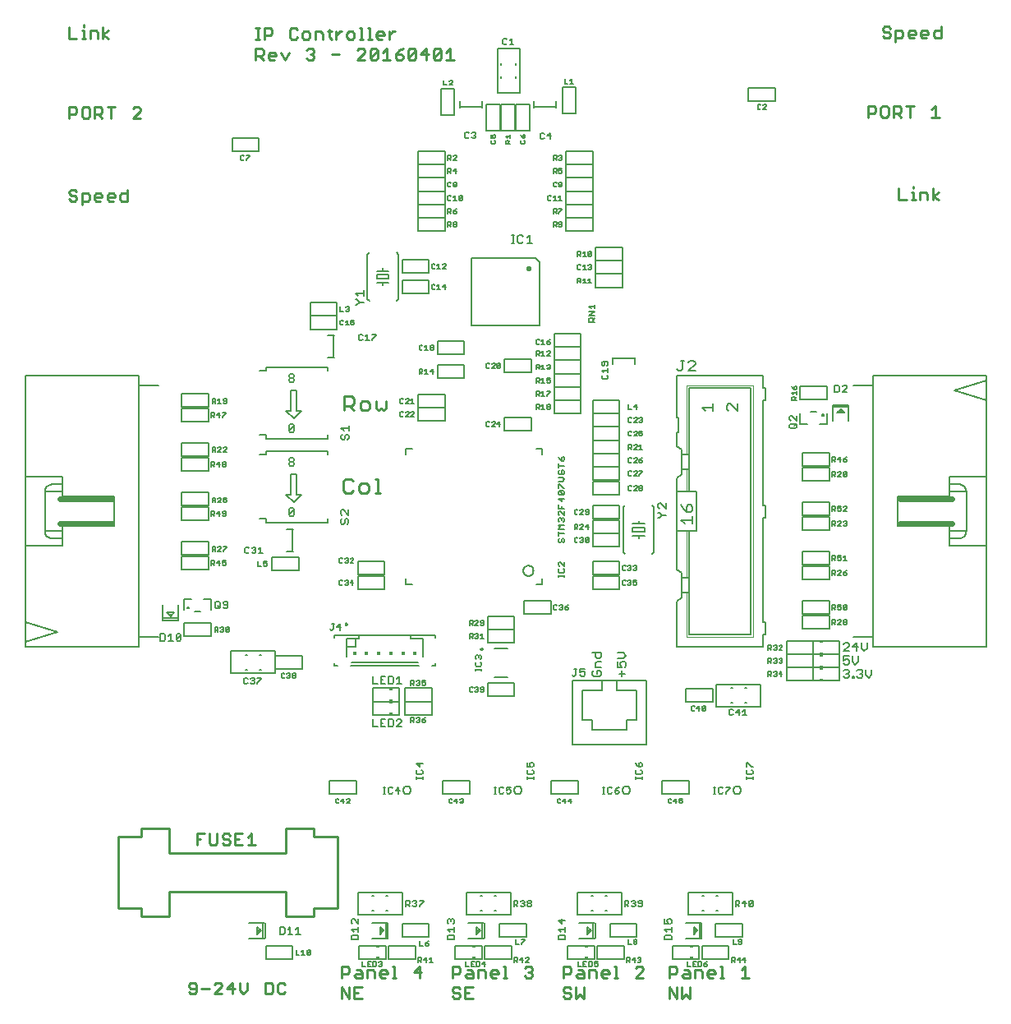
<source format=gto>
G75*
%MOIN*%
%OFA0B0*%
%FSLAX24Y24*%
%IPPOS*%
%LPD*%
%AMOC8*
5,1,8,0,0,1.08239X$1,22.5*
%
%ADD10C,0.0100*%
%ADD11C,0.0110*%
%ADD12C,0.0060*%
%ADD13C,0.0079*%
%ADD14C,0.0070*%
%ADD15C,0.0223*%
%ADD16R,0.0160X0.0060*%
%ADD17C,0.0050*%
%ADD18R,0.0142X0.0142*%
%ADD19C,0.0080*%
%ADD20C,0.0240*%
%ADD21C,0.0020*%
D10*
X004856Y005488D02*
X005998Y005488D01*
X005998Y006473D01*
X010722Y006473D01*
X010722Y005488D01*
X011864Y005488D01*
X011864Y005803D01*
X012809Y005803D01*
X012809Y008717D01*
X011864Y008717D01*
X011864Y009032D01*
X010722Y009032D01*
X010722Y008047D01*
X005998Y008047D01*
X005998Y009032D01*
X004856Y009032D01*
X004856Y008717D01*
X003911Y008717D01*
X003911Y005803D01*
X004856Y005803D01*
X004856Y005488D01*
X006867Y002790D02*
X006790Y002714D01*
X006790Y002637D01*
X006867Y002560D01*
X007097Y002560D01*
X007097Y002407D02*
X007097Y002714D01*
X007020Y002790D01*
X006867Y002790D01*
X006790Y002407D02*
X006867Y002330D01*
X007020Y002330D01*
X007097Y002407D01*
X007306Y002560D02*
X007613Y002560D01*
X007821Y002714D02*
X007898Y002790D01*
X008051Y002790D01*
X008128Y002714D01*
X008128Y002637D01*
X007821Y002330D01*
X008128Y002330D01*
X008337Y002560D02*
X008567Y002790D01*
X008567Y002330D01*
X008644Y002560D02*
X008337Y002560D01*
X008853Y002483D02*
X008853Y002790D01*
X009159Y002790D02*
X009159Y002483D01*
X009006Y002330D01*
X008853Y002483D01*
X009884Y002330D02*
X010114Y002330D01*
X010191Y002407D01*
X010191Y002714D01*
X010114Y002790D01*
X009884Y002790D01*
X009884Y002330D01*
X010399Y002407D02*
X010476Y002330D01*
X010630Y002330D01*
X010706Y002407D01*
X010399Y002407D02*
X010399Y002714D01*
X010476Y002790D01*
X010630Y002790D01*
X010706Y002714D01*
X012990Y002610D02*
X012990Y002150D01*
X013297Y002150D02*
X012990Y002610D01*
X013297Y002610D02*
X013297Y002150D01*
X013506Y002150D02*
X013506Y002610D01*
X013813Y002610D01*
X013659Y002380D02*
X013506Y002380D01*
X013506Y002150D02*
X013813Y002150D01*
X013813Y002990D02*
X013582Y002990D01*
X013506Y003067D01*
X013582Y003143D01*
X013813Y003143D01*
X013813Y003220D02*
X013813Y002990D01*
X014021Y002990D02*
X014021Y003297D01*
X014251Y003297D01*
X014328Y003220D01*
X014328Y002990D01*
X014537Y003067D02*
X014537Y003220D01*
X014614Y003297D01*
X014767Y003297D01*
X014844Y003220D01*
X014844Y003143D01*
X014537Y003143D01*
X014537Y003067D02*
X014614Y002990D01*
X014767Y002990D01*
X015053Y002990D02*
X015206Y002990D01*
X015129Y002990D02*
X015129Y003450D01*
X015053Y003450D01*
X015912Y003220D02*
X016219Y003220D01*
X016142Y002990D02*
X016142Y003450D01*
X015912Y003220D01*
X017490Y003143D02*
X017720Y003143D01*
X017797Y003220D01*
X017797Y003374D01*
X017720Y003450D01*
X017490Y003450D01*
X017490Y002990D01*
X017567Y002610D02*
X017490Y002534D01*
X017490Y002457D01*
X017567Y002380D01*
X017720Y002380D01*
X017797Y002303D01*
X017797Y002227D01*
X017720Y002150D01*
X017567Y002150D01*
X017490Y002227D01*
X017567Y002610D02*
X017720Y002610D01*
X017797Y002534D01*
X018006Y002610D02*
X018006Y002150D01*
X018313Y002150D01*
X018159Y002380D02*
X018006Y002380D01*
X018006Y002610D02*
X018313Y002610D01*
X018313Y002990D02*
X018082Y002990D01*
X018006Y003067D01*
X018082Y003143D01*
X018313Y003143D01*
X018313Y003220D02*
X018313Y002990D01*
X018521Y002990D02*
X018521Y003297D01*
X018751Y003297D01*
X018828Y003220D01*
X018828Y002990D01*
X019037Y003067D02*
X019037Y003220D01*
X019114Y003297D01*
X019267Y003297D01*
X019344Y003220D01*
X019344Y003143D01*
X019037Y003143D01*
X019037Y003067D02*
X019114Y002990D01*
X019267Y002990D01*
X019553Y002990D02*
X019706Y002990D01*
X019629Y002990D02*
X019629Y003450D01*
X019553Y003450D01*
X020412Y003374D02*
X020489Y003450D01*
X020642Y003450D01*
X020719Y003374D01*
X020719Y003297D01*
X020642Y003220D01*
X020719Y003143D01*
X020719Y003067D01*
X020642Y002990D01*
X020489Y002990D01*
X020412Y003067D01*
X020565Y003220D02*
X020642Y003220D01*
X021990Y003146D02*
X022220Y003146D01*
X022296Y003223D01*
X022296Y003377D01*
X022220Y003453D01*
X021990Y003453D01*
X021990Y002993D01*
X022066Y002613D02*
X021990Y002537D01*
X021990Y002460D01*
X022066Y002383D01*
X022220Y002383D01*
X022296Y002306D01*
X022296Y002230D01*
X022220Y002153D01*
X022066Y002153D01*
X021990Y002230D01*
X022066Y002613D02*
X022220Y002613D01*
X022296Y002537D01*
X022505Y002613D02*
X022505Y002153D01*
X022659Y002306D01*
X022812Y002153D01*
X022812Y002613D01*
X022812Y002993D02*
X022582Y002993D01*
X022505Y003070D01*
X022582Y003146D01*
X022812Y003146D01*
X022812Y003223D02*
X022812Y002993D01*
X023021Y002993D02*
X023021Y003300D01*
X023251Y003300D01*
X023328Y003223D01*
X023328Y002993D01*
X023536Y003070D02*
X023536Y003223D01*
X023613Y003300D01*
X023767Y003300D01*
X023843Y003223D01*
X023843Y003146D01*
X023536Y003146D01*
X023536Y003070D02*
X023613Y002993D01*
X023767Y002993D01*
X024052Y002993D02*
X024206Y002993D01*
X024129Y002993D02*
X024129Y003453D01*
X024052Y003453D01*
X024911Y003377D02*
X024988Y003453D01*
X025142Y003453D01*
X025218Y003377D01*
X025218Y003300D01*
X024911Y002993D01*
X025218Y002993D01*
X026290Y002990D02*
X026290Y003450D01*
X026520Y003450D01*
X026597Y003374D01*
X026597Y003220D01*
X026520Y003143D01*
X026290Y003143D01*
X026806Y003067D02*
X026882Y003143D01*
X027113Y003143D01*
X027113Y003220D02*
X027113Y002990D01*
X026882Y002990D01*
X026806Y003067D01*
X026882Y003297D02*
X027036Y003297D01*
X027113Y003220D01*
X027321Y003297D02*
X027551Y003297D01*
X027628Y003220D01*
X027628Y002990D01*
X027837Y003067D02*
X027837Y003220D01*
X027914Y003297D01*
X028067Y003297D01*
X028144Y003220D01*
X028144Y003143D01*
X027837Y003143D01*
X027837Y003067D02*
X027914Y002990D01*
X028067Y002990D01*
X028353Y002990D02*
X028506Y002990D01*
X028429Y002990D02*
X028429Y003450D01*
X028353Y003450D01*
X029212Y003297D02*
X029365Y003450D01*
X029365Y002990D01*
X029212Y002990D02*
X029519Y002990D01*
X027321Y002990D02*
X027321Y003297D01*
X027113Y002610D02*
X027113Y002150D01*
X026959Y002303D01*
X026806Y002150D01*
X026806Y002610D01*
X026597Y002610D02*
X026597Y002150D01*
X026290Y002610D01*
X026290Y002150D01*
X022812Y003223D02*
X022735Y003300D01*
X022582Y003300D01*
X018313Y003220D02*
X018236Y003297D01*
X018082Y003297D01*
X013813Y003220D02*
X013736Y003297D01*
X013582Y003297D01*
X013297Y003374D02*
X013297Y003220D01*
X013220Y003143D01*
X012990Y003143D01*
X012990Y002990D02*
X012990Y003450D01*
X013220Y003450D01*
X013297Y003374D01*
X009481Y008370D02*
X009174Y008370D01*
X009328Y008370D02*
X009328Y008830D01*
X009174Y008677D01*
X008966Y008830D02*
X008659Y008830D01*
X008659Y008370D01*
X008966Y008370D01*
X008812Y008600D02*
X008659Y008600D01*
X008450Y008523D02*
X008450Y008447D01*
X008373Y008370D01*
X008220Y008370D01*
X008143Y008447D01*
X008220Y008600D02*
X008143Y008677D01*
X008143Y008754D01*
X008220Y008830D01*
X008373Y008830D01*
X008450Y008754D01*
X008373Y008600D02*
X008450Y008523D01*
X008373Y008600D02*
X008220Y008600D01*
X007934Y008447D02*
X007934Y008830D01*
X007627Y008830D02*
X007627Y008447D01*
X007704Y008370D01*
X007858Y008370D01*
X007934Y008447D01*
X007419Y008830D02*
X007112Y008830D01*
X007112Y008370D01*
X007112Y008600D02*
X007265Y008600D01*
X002446Y034337D02*
X002446Y034797D01*
X002676Y034797D01*
X002753Y034720D01*
X002753Y034567D01*
X002676Y034490D01*
X002446Y034490D01*
X002237Y034567D02*
X002160Y034490D01*
X002007Y034490D01*
X001930Y034567D01*
X002007Y034720D02*
X002160Y034720D01*
X002237Y034643D01*
X002237Y034567D01*
X002007Y034720D02*
X001930Y034797D01*
X001930Y034874D01*
X002007Y034950D01*
X002160Y034950D01*
X002237Y034874D01*
X002961Y034720D02*
X003038Y034797D01*
X003191Y034797D01*
X003268Y034720D01*
X003268Y034643D01*
X002961Y034643D01*
X002961Y034567D02*
X002961Y034720D01*
X002961Y034567D02*
X003038Y034490D01*
X003191Y034490D01*
X003477Y034567D02*
X003477Y034720D01*
X003554Y034797D01*
X003707Y034797D01*
X003784Y034720D01*
X003784Y034643D01*
X003477Y034643D01*
X003477Y034567D02*
X003554Y034490D01*
X003707Y034490D01*
X003993Y034567D02*
X003993Y034720D01*
X004069Y034797D01*
X004299Y034797D01*
X004299Y034950D02*
X004299Y034490D01*
X004069Y034490D01*
X003993Y034567D01*
X003630Y037850D02*
X003630Y038310D01*
X003477Y038310D02*
X003784Y038310D01*
X003268Y038234D02*
X003268Y038080D01*
X003191Y038003D01*
X002961Y038003D01*
X002961Y037850D02*
X002961Y038310D01*
X003191Y038310D01*
X003268Y038234D01*
X003115Y038003D02*
X003268Y037850D01*
X002753Y037927D02*
X002753Y038234D01*
X002676Y038310D01*
X002522Y038310D01*
X002446Y038234D01*
X002446Y037927D01*
X002522Y037850D01*
X002676Y037850D01*
X002753Y037927D01*
X002237Y038080D02*
X002160Y038003D01*
X001930Y038003D01*
X001930Y037850D02*
X001930Y038310D01*
X002160Y038310D01*
X002237Y038234D01*
X002237Y038080D01*
X004508Y038234D02*
X004585Y038310D01*
X004738Y038310D01*
X004815Y038234D01*
X004815Y038157D01*
X004508Y037850D01*
X004815Y037850D01*
X003535Y041090D02*
X003305Y041243D01*
X003535Y041397D01*
X003305Y041550D02*
X003305Y041090D01*
X003096Y041090D02*
X003096Y041320D01*
X003020Y041397D01*
X002789Y041397D01*
X002789Y041090D01*
X002599Y041090D02*
X002446Y041090D01*
X002522Y041090D02*
X002522Y041397D01*
X002446Y041397D01*
X002522Y041550D02*
X002522Y041627D01*
X002237Y041090D02*
X001930Y041090D01*
X001930Y041550D01*
X009501Y041516D02*
X009655Y041516D01*
X009578Y041516D02*
X009578Y041056D01*
X009501Y041056D02*
X009655Y041056D01*
X009845Y041056D02*
X009845Y041516D01*
X010075Y041516D01*
X010152Y041439D01*
X010152Y041286D01*
X010075Y041209D01*
X009845Y041209D01*
X009732Y040676D02*
X009808Y040599D01*
X009808Y040446D01*
X009732Y040369D01*
X009501Y040369D01*
X009501Y040216D02*
X009501Y040676D01*
X009732Y040676D01*
X009655Y040369D02*
X009808Y040216D01*
X010017Y040292D02*
X010017Y040446D01*
X010094Y040522D01*
X010247Y040522D01*
X010324Y040446D01*
X010324Y040369D01*
X010017Y040369D01*
X010017Y040292D02*
X010094Y040216D01*
X010247Y040216D01*
X010533Y040522D02*
X010686Y040216D01*
X010840Y040522D01*
X010953Y041056D02*
X011107Y041056D01*
X011183Y041132D01*
X011392Y041132D02*
X011469Y041056D01*
X011622Y041056D01*
X011699Y041132D01*
X011699Y041286D01*
X011622Y041362D01*
X011469Y041362D01*
X011392Y041286D01*
X011392Y041132D01*
X011183Y041439D02*
X011107Y041516D01*
X010953Y041516D01*
X010877Y041439D01*
X010877Y041132D01*
X010953Y041056D01*
X011564Y040599D02*
X011641Y040676D01*
X011794Y040676D01*
X011871Y040599D01*
X011871Y040522D01*
X011794Y040446D01*
X011871Y040369D01*
X011871Y040292D01*
X011794Y040216D01*
X011641Y040216D01*
X011564Y040292D01*
X011718Y040446D02*
X011794Y040446D01*
X011908Y041056D02*
X011908Y041362D01*
X012138Y041362D01*
X012215Y041286D01*
X012215Y041056D01*
X012500Y041132D02*
X012500Y041439D01*
X012423Y041362D02*
X012577Y041362D01*
X012767Y041362D02*
X012767Y041056D01*
X012767Y041209D02*
X012921Y041362D01*
X012997Y041362D01*
X013197Y041286D02*
X013197Y041132D01*
X013274Y041056D01*
X013427Y041056D01*
X013504Y041132D01*
X013504Y041286D01*
X013427Y041362D01*
X013274Y041362D01*
X013197Y041286D01*
X013713Y041516D02*
X013789Y041516D01*
X013789Y041056D01*
X013713Y041056D02*
X013866Y041056D01*
X014056Y041056D02*
X014210Y041056D01*
X014133Y041056D02*
X014133Y041516D01*
X014056Y041516D01*
X014400Y041286D02*
X014400Y041132D01*
X014477Y041056D01*
X014630Y041056D01*
X014707Y041209D02*
X014400Y041209D01*
X014400Y041286D02*
X014477Y041362D01*
X014630Y041362D01*
X014707Y041286D01*
X014707Y041209D01*
X014916Y041209D02*
X015069Y041362D01*
X015146Y041362D01*
X014916Y041362D02*
X014916Y041056D01*
X014811Y040676D02*
X014658Y040522D01*
X014811Y040676D02*
X014811Y040216D01*
X014658Y040216D02*
X014965Y040216D01*
X015174Y040292D02*
X015174Y040446D01*
X015404Y040446D01*
X015480Y040369D01*
X015480Y040292D01*
X015404Y040216D01*
X015250Y040216D01*
X015174Y040292D01*
X015174Y040446D02*
X015327Y040599D01*
X015480Y040676D01*
X015689Y040599D02*
X015689Y040292D01*
X015996Y040599D01*
X015996Y040292D01*
X015919Y040216D01*
X015766Y040216D01*
X015689Y040292D01*
X015689Y040599D02*
X015766Y040676D01*
X015919Y040676D01*
X015996Y040599D01*
X016205Y040446D02*
X016512Y040446D01*
X016435Y040676D02*
X016205Y040446D01*
X016435Y040216D02*
X016435Y040676D01*
X016720Y040599D02*
X016797Y040676D01*
X016951Y040676D01*
X017027Y040599D01*
X016720Y040292D01*
X016797Y040216D01*
X016951Y040216D01*
X017027Y040292D01*
X017027Y040599D01*
X017236Y040522D02*
X017390Y040676D01*
X017390Y040216D01*
X017543Y040216D02*
X017236Y040216D01*
X016720Y040292D02*
X016720Y040599D01*
X014449Y040599D02*
X014449Y040292D01*
X014372Y040216D01*
X014219Y040216D01*
X014142Y040292D01*
X014449Y040599D01*
X014372Y040676D01*
X014219Y040676D01*
X014142Y040599D01*
X014142Y040292D01*
X013934Y040216D02*
X013627Y040216D01*
X013934Y040522D01*
X013934Y040599D01*
X013857Y040676D01*
X013703Y040676D01*
X013627Y040599D01*
X012902Y040446D02*
X012595Y040446D01*
X012577Y041056D02*
X012500Y041132D01*
X034356Y038353D02*
X034356Y037893D01*
X034356Y038046D02*
X034586Y038046D01*
X034663Y038123D01*
X034663Y038277D01*
X034586Y038353D01*
X034356Y038353D01*
X034871Y038277D02*
X034871Y037970D01*
X034948Y037893D01*
X035102Y037893D01*
X035178Y037970D01*
X035178Y038277D01*
X035102Y038353D01*
X034948Y038353D01*
X034871Y038277D01*
X035387Y038353D02*
X035387Y037893D01*
X035387Y038046D02*
X035617Y038046D01*
X035694Y038123D01*
X035694Y038277D01*
X035617Y038353D01*
X035387Y038353D01*
X035540Y038046D02*
X035694Y037893D01*
X036056Y037893D02*
X036056Y038353D01*
X035903Y038353D02*
X036210Y038353D01*
X036934Y038200D02*
X037087Y038353D01*
X037087Y037893D01*
X036934Y037893D02*
X037241Y037893D01*
X036980Y035000D02*
X036980Y034540D01*
X036980Y034693D02*
X037210Y034847D01*
X036980Y034693D02*
X037210Y034540D01*
X036771Y034540D02*
X036771Y034770D01*
X036694Y034847D01*
X036464Y034847D01*
X036464Y034540D01*
X036274Y034540D02*
X036120Y034540D01*
X036197Y034540D02*
X036197Y034847D01*
X036120Y034847D01*
X036197Y035000D02*
X036197Y035077D01*
X035605Y035000D02*
X035605Y034540D01*
X035912Y034540D01*
X035463Y040950D02*
X035463Y041410D01*
X035693Y041410D01*
X035770Y041334D01*
X035770Y041180D01*
X035693Y041103D01*
X035463Y041103D01*
X035254Y041180D02*
X035178Y041103D01*
X035024Y041103D01*
X034947Y041180D01*
X035024Y041334D02*
X035178Y041334D01*
X035254Y041257D01*
X035254Y041180D01*
X035024Y041334D02*
X034947Y041410D01*
X034947Y041487D01*
X035024Y041564D01*
X035178Y041564D01*
X035254Y041487D01*
X035979Y041334D02*
X035979Y041180D01*
X036055Y041103D01*
X036209Y041103D01*
X036286Y041257D02*
X035979Y041257D01*
X035979Y041334D02*
X036055Y041410D01*
X036209Y041410D01*
X036286Y041334D01*
X036286Y041257D01*
X036494Y041257D02*
X036801Y041257D01*
X036801Y041334D01*
X036725Y041410D01*
X036571Y041410D01*
X036494Y041334D01*
X036494Y041180D01*
X036571Y041103D01*
X036725Y041103D01*
X037010Y041180D02*
X037010Y041334D01*
X037087Y041410D01*
X037317Y041410D01*
X037317Y041564D02*
X037317Y041103D01*
X037087Y041103D01*
X037010Y041180D01*
D11*
X014778Y026389D02*
X014778Y026093D01*
X014679Y025995D01*
X014581Y026093D01*
X014483Y025995D01*
X014384Y026093D01*
X014384Y026389D01*
X014133Y026290D02*
X014133Y026093D01*
X014035Y025995D01*
X013838Y025995D01*
X013740Y026093D01*
X013740Y026290D01*
X013838Y026389D01*
X014035Y026389D01*
X014133Y026290D01*
X013489Y026290D02*
X013390Y026192D01*
X013095Y026192D01*
X013292Y026192D02*
X013489Y025995D01*
X013489Y026290D02*
X013489Y026487D01*
X013390Y026586D01*
X013095Y026586D01*
X013095Y025995D01*
X013153Y023226D02*
X013055Y023127D01*
X013055Y022733D01*
X013153Y022635D01*
X013350Y022635D01*
X013449Y022733D01*
X013700Y022733D02*
X013700Y022930D01*
X013798Y023029D01*
X013995Y023029D01*
X014093Y022930D01*
X014093Y022733D01*
X013995Y022635D01*
X013798Y022635D01*
X013700Y022733D01*
X013449Y023127D02*
X013350Y023226D01*
X013153Y023226D01*
X014344Y023226D02*
X014443Y023226D01*
X014443Y022635D01*
X014541Y022635D02*
X014344Y022635D01*
D12*
X014720Y019870D02*
X013640Y019870D01*
X013640Y019330D01*
X014720Y019330D01*
X014720Y019870D01*
X014720Y019270D02*
X014720Y018730D01*
X013640Y018730D01*
X013640Y019270D01*
X014720Y019270D01*
X012916Y017330D02*
X012796Y017210D01*
X012956Y017210D01*
X012916Y017090D02*
X012916Y017330D01*
X012680Y017330D02*
X012600Y017330D01*
X012640Y017330D02*
X012640Y017130D01*
X012600Y017090D01*
X012560Y017090D01*
X012520Y017130D01*
X011380Y016050D02*
X011380Y015510D01*
X010300Y015510D01*
X010300Y016050D01*
X011380Y016050D01*
X010300Y016230D02*
X010300Y015330D01*
X008500Y015330D01*
X008500Y016230D01*
X010300Y016230D01*
X009728Y015150D02*
X009728Y015110D01*
X009568Y014950D01*
X009568Y014910D01*
X009452Y014950D02*
X009412Y014910D01*
X009332Y014910D01*
X009292Y014950D01*
X009372Y015030D02*
X009412Y015030D01*
X009452Y014990D01*
X009452Y014950D01*
X009412Y015030D02*
X009452Y015070D01*
X009452Y015110D01*
X009412Y015150D01*
X009332Y015150D01*
X009292Y015110D01*
X009176Y015110D02*
X009136Y015150D01*
X009056Y015150D01*
X009016Y015110D01*
X009016Y014950D01*
X009056Y014910D01*
X009136Y014910D01*
X009176Y014950D01*
X009568Y015150D02*
X009728Y015150D01*
X007680Y016830D02*
X007680Y017370D01*
X006600Y017370D01*
X006600Y016830D01*
X007680Y016830D01*
X007580Y019530D02*
X006500Y019530D01*
X006500Y020070D01*
X007580Y020070D01*
X007580Y019530D01*
X007580Y020130D02*
X007580Y020670D01*
X006500Y020670D01*
X006500Y020130D01*
X007580Y020130D01*
X007580Y021530D02*
X006500Y021530D01*
X006500Y022070D01*
X007580Y022070D01*
X007580Y021530D01*
X007580Y022130D02*
X007580Y022670D01*
X006500Y022670D01*
X006500Y022130D01*
X007580Y022130D01*
X007580Y023530D02*
X006500Y023530D01*
X006500Y024070D01*
X007580Y024070D01*
X007580Y023530D01*
X007580Y024130D02*
X007580Y024670D01*
X006500Y024670D01*
X006500Y024130D01*
X007580Y024130D01*
X007580Y025530D02*
X006500Y025530D01*
X006500Y026070D01*
X007580Y026070D01*
X007580Y025530D01*
X007580Y026130D02*
X007580Y026670D01*
X006500Y026670D01*
X006500Y026130D01*
X007580Y026130D01*
X011720Y029290D02*
X011720Y029830D01*
X012800Y029830D01*
X012800Y029290D01*
X011720Y029290D01*
X011720Y029830D02*
X011720Y030370D01*
X012800Y030370D01*
X012800Y029830D01*
X011720Y029830D01*
X013682Y029040D02*
X013682Y028880D01*
X013722Y028840D01*
X013802Y028840D01*
X013842Y028880D01*
X013959Y028840D02*
X014119Y028840D01*
X014039Y028840D02*
X014039Y029080D01*
X013959Y029000D01*
X013842Y029040D02*
X013802Y029080D01*
X013722Y029080D01*
X013682Y029040D01*
X014235Y029080D02*
X014395Y029080D01*
X014395Y029040D01*
X014235Y028880D01*
X014235Y028840D01*
X015440Y030730D02*
X015440Y031270D01*
X016520Y031270D01*
X016520Y030730D01*
X015440Y030730D01*
X015440Y031570D02*
X015440Y032110D01*
X016520Y032110D01*
X016520Y031570D01*
X015440Y031570D01*
X016100Y033270D02*
X016100Y033810D01*
X017180Y033810D01*
X017180Y033270D01*
X016100Y033270D01*
X016100Y033810D02*
X016100Y034350D01*
X016100Y034890D01*
X017180Y034890D01*
X017180Y034350D01*
X016100Y034350D01*
X017180Y034350D01*
X017180Y033810D01*
X016100Y033810D01*
X016100Y034890D02*
X016100Y035430D01*
X017180Y035430D01*
X017180Y034890D01*
X016100Y034890D01*
X016100Y035430D02*
X016100Y035970D01*
X017180Y035970D01*
X017180Y035430D01*
X016100Y035430D01*
X016100Y035970D02*
X016100Y036510D01*
X017180Y036510D01*
X017180Y035970D01*
X016100Y035970D01*
X017992Y037080D02*
X018032Y037040D01*
X018112Y037040D01*
X018152Y037080D01*
X018269Y037080D02*
X018309Y037040D01*
X018389Y037040D01*
X018429Y037080D01*
X018429Y037120D01*
X018389Y037160D01*
X018349Y037160D01*
X018389Y037160D02*
X018429Y037200D01*
X018429Y037240D01*
X018389Y037280D01*
X018309Y037280D01*
X018269Y037240D01*
X018152Y037240D02*
X018112Y037280D01*
X018032Y037280D01*
X017992Y037240D01*
X017992Y037080D01*
X017570Y037980D02*
X017030Y037980D01*
X017030Y039060D01*
X017570Y039060D01*
X017570Y037980D01*
X018870Y038420D02*
X018870Y037340D01*
X019410Y037340D01*
X019410Y038420D01*
X018870Y038420D01*
X019470Y038420D02*
X020010Y038420D01*
X020010Y037340D01*
X019470Y037340D01*
X019470Y038420D01*
X019310Y038880D02*
X020210Y038880D01*
X020210Y040680D01*
X019310Y040680D01*
X019310Y038880D01*
X020070Y038420D02*
X020610Y038420D01*
X020610Y037340D01*
X020070Y037340D01*
X020070Y038420D01*
X021092Y037250D02*
X021052Y037210D01*
X021052Y037050D01*
X021092Y037010D01*
X021172Y037010D01*
X021212Y037050D01*
X021329Y037130D02*
X021489Y037130D01*
X021449Y037010D02*
X021449Y037250D01*
X021329Y037130D01*
X021212Y037210D02*
X021172Y037250D01*
X021092Y037250D01*
X021950Y038040D02*
X021950Y039120D01*
X022490Y039120D01*
X022490Y038040D01*
X021950Y038040D01*
X022100Y036510D02*
X023180Y036510D01*
X023180Y035970D01*
X022100Y035970D01*
X022100Y036510D01*
X022100Y035970D02*
X023180Y035970D01*
X023180Y035430D01*
X023180Y034890D01*
X022100Y034890D01*
X022100Y035430D01*
X023180Y035430D01*
X022100Y035430D01*
X022100Y035970D01*
X022100Y034890D02*
X023180Y034890D01*
X023180Y034350D01*
X022100Y034350D01*
X022100Y034890D01*
X022100Y034350D02*
X023180Y034350D01*
X023180Y033810D01*
X022100Y033810D01*
X022100Y034350D01*
X022100Y033810D02*
X023180Y033810D01*
X023180Y033270D01*
X022100Y033270D01*
X022100Y033810D01*
X023300Y032610D02*
X024380Y032610D01*
X024380Y032070D01*
X023300Y032070D01*
X023300Y032610D01*
X023300Y032070D02*
X024380Y032070D01*
X024380Y031530D01*
X023300Y031530D01*
X023300Y032070D01*
X023300Y031530D02*
X023300Y030990D01*
X024380Y030990D01*
X024380Y031530D01*
X023300Y031530D01*
X023268Y030293D02*
X023268Y030132D01*
X023268Y030213D02*
X023027Y030213D01*
X023107Y030132D01*
X023027Y030016D02*
X023268Y030016D01*
X023027Y029856D01*
X023268Y029856D01*
X023268Y029740D02*
X023187Y029660D01*
X023187Y029700D02*
X023187Y029580D01*
X023268Y029580D02*
X023027Y029580D01*
X023027Y029700D01*
X023067Y029740D01*
X023147Y029740D01*
X023187Y029700D01*
X022700Y029110D02*
X022700Y028570D01*
X022700Y028030D01*
X022700Y027490D01*
X021620Y027490D01*
X021620Y028030D01*
X022700Y028030D01*
X021620Y028030D01*
X021620Y028570D01*
X022700Y028570D01*
X021620Y028570D01*
X021620Y029110D01*
X022700Y029110D01*
X023580Y027975D02*
X023540Y027935D01*
X023540Y027855D01*
X023580Y027815D01*
X023620Y027815D01*
X023660Y027855D01*
X023660Y027975D01*
X023740Y027975D02*
X023580Y027975D01*
X023740Y027975D02*
X023780Y027935D01*
X023780Y027855D01*
X023740Y027815D01*
X023780Y027699D02*
X023780Y027539D01*
X023780Y027619D02*
X023540Y027619D01*
X023620Y027539D01*
X023580Y027422D02*
X023540Y027382D01*
X023540Y027302D01*
X023580Y027262D01*
X023740Y027262D01*
X023780Y027302D01*
X023780Y027382D01*
X023740Y027422D01*
X024260Y026410D02*
X023180Y026410D01*
X023180Y025870D01*
X023180Y025330D01*
X023180Y024790D01*
X024260Y024790D01*
X024260Y025330D01*
X023180Y025330D01*
X024260Y025330D01*
X024260Y025870D01*
X023180Y025870D01*
X024260Y025870D01*
X024260Y026410D01*
X024260Y024790D02*
X023180Y024790D01*
X023180Y024250D01*
X023180Y023710D01*
X023180Y023170D01*
X024260Y023170D01*
X024260Y023710D01*
X023180Y023710D01*
X024260Y023710D01*
X024260Y024250D01*
X023180Y024250D01*
X024260Y024250D01*
X024260Y024790D01*
X024260Y023110D02*
X023180Y023110D01*
X023180Y022570D01*
X024260Y022570D01*
X024260Y023110D01*
X024260Y022150D02*
X024260Y021610D01*
X023180Y021610D01*
X023180Y022150D01*
X024260Y022150D01*
X024260Y021550D02*
X024260Y021010D01*
X024260Y020470D01*
X023180Y020470D01*
X023180Y021010D01*
X024260Y021010D01*
X023180Y021010D01*
X023180Y021550D01*
X024260Y021550D01*
X024260Y019870D02*
X023180Y019870D01*
X023180Y019330D01*
X024260Y019330D01*
X024260Y019870D01*
X024260Y019270D02*
X024260Y018730D01*
X023180Y018730D01*
X023180Y019270D01*
X024260Y019270D01*
X026590Y019550D02*
X026790Y019400D01*
X026790Y019200D01*
X026790Y018600D01*
X026990Y018600D01*
X027090Y018600D01*
X027090Y019200D01*
X027090Y021100D01*
X026990Y021100D01*
X026590Y021100D01*
X026590Y022700D01*
X026590Y023250D01*
X026790Y023400D01*
X026790Y023600D01*
X026790Y024200D01*
X026790Y024400D01*
X026590Y024550D01*
X026590Y025100D01*
X026640Y025100D01*
X026640Y025700D01*
X026590Y025700D01*
X026590Y027400D01*
X030090Y027400D01*
X030090Y026900D01*
X030190Y026900D01*
X030190Y026400D01*
X030090Y026400D01*
X030090Y022150D01*
X030190Y022150D01*
X030190Y021650D01*
X030090Y021650D01*
X030090Y017400D01*
X030190Y017400D01*
X030190Y016900D01*
X030090Y016900D01*
X030090Y016400D01*
X026590Y016400D01*
X026590Y018250D01*
X026790Y018400D01*
X026790Y018600D01*
X027090Y018600D02*
X027090Y016900D01*
X029590Y016900D01*
X029590Y026900D01*
X027090Y026900D01*
X027090Y024200D01*
X027090Y023600D01*
X026990Y023600D01*
X026790Y023600D01*
X027090Y023600D02*
X027090Y022700D01*
X026990Y022700D01*
X026590Y022700D01*
X027090Y022700D02*
X027390Y022700D01*
X027390Y021100D01*
X027090Y021100D01*
X026590Y021100D02*
X026590Y019550D01*
X026790Y019200D02*
X026990Y019200D01*
X027090Y019200D01*
X024417Y016173D02*
X024190Y016173D01*
X024190Y015947D02*
X024417Y015947D01*
X024530Y016060D01*
X024417Y016173D01*
X024473Y015805D02*
X024530Y015748D01*
X024530Y015635D01*
X024473Y015578D01*
X024360Y015578D02*
X024303Y015692D01*
X024303Y015748D01*
X024360Y015805D01*
X024473Y015805D01*
X024360Y015578D02*
X024190Y015578D01*
X024190Y015805D01*
X024360Y015437D02*
X024360Y015210D01*
X024473Y015323D02*
X024246Y015323D01*
X023510Y015267D02*
X023510Y015380D01*
X023453Y015437D01*
X023340Y015437D01*
X023340Y015323D01*
X023453Y015210D02*
X023510Y015267D01*
X023453Y015210D02*
X023226Y015210D01*
X023170Y015267D01*
X023170Y015380D01*
X023226Y015437D01*
X023283Y015578D02*
X023283Y015748D01*
X023340Y015805D01*
X023510Y015805D01*
X023453Y015947D02*
X023340Y015947D01*
X023283Y016003D01*
X023283Y016173D01*
X023170Y016173D02*
X023510Y016173D01*
X023510Y016003D01*
X023453Y015947D01*
X023510Y015578D02*
X023283Y015578D01*
X021480Y017730D02*
X020400Y017730D01*
X020400Y018270D01*
X021480Y018270D01*
X021480Y017730D01*
X021790Y019230D02*
X021790Y019310D01*
X021790Y019270D02*
X022030Y019270D01*
X022030Y019230D02*
X022030Y019310D01*
X021990Y019414D02*
X022030Y019454D01*
X022030Y019534D01*
X021990Y019574D01*
X022030Y019690D02*
X021870Y019851D01*
X021830Y019851D01*
X021790Y019810D01*
X021790Y019730D01*
X021830Y019690D01*
X021830Y019574D02*
X021790Y019534D01*
X021790Y019454D01*
X021830Y019414D01*
X021990Y019414D01*
X022030Y019690D02*
X022030Y019851D01*
X021990Y020639D02*
X022030Y020679D01*
X022030Y020759D01*
X021990Y020799D01*
X021950Y020799D01*
X021910Y020759D01*
X021910Y020679D01*
X021870Y020639D01*
X021830Y020639D01*
X021790Y020679D01*
X021790Y020759D01*
X021830Y020799D01*
X021790Y020915D02*
X021790Y021075D01*
X021790Y020995D02*
X022030Y020995D01*
X022030Y021191D02*
X021790Y021191D01*
X021870Y021271D01*
X021790Y021352D01*
X022030Y021352D01*
X021990Y021468D02*
X022030Y021508D01*
X022030Y021588D01*
X021990Y021628D01*
X021950Y021628D01*
X021910Y021588D01*
X021910Y021548D01*
X021910Y021588D02*
X021870Y021628D01*
X021830Y021628D01*
X021790Y021588D01*
X021790Y021508D01*
X021830Y021468D01*
X021830Y021744D02*
X021790Y021784D01*
X021790Y021864D01*
X021830Y021904D01*
X021870Y021904D01*
X022030Y021744D01*
X022030Y021904D01*
X022030Y022020D02*
X021790Y022020D01*
X021790Y022180D01*
X021910Y022100D02*
X021910Y022020D01*
X021910Y022296D02*
X021910Y022456D01*
X022030Y022416D02*
X021790Y022416D01*
X021910Y022296D01*
X021990Y022573D02*
X021830Y022733D01*
X021990Y022733D01*
X022030Y022693D01*
X022030Y022613D01*
X021990Y022573D01*
X021830Y022573D01*
X021790Y022613D01*
X021790Y022693D01*
X021830Y022733D01*
X021790Y022849D02*
X021790Y023009D01*
X021830Y023009D01*
X021990Y022849D01*
X022030Y022849D01*
X021950Y023125D02*
X022030Y023205D01*
X021950Y023285D01*
X021790Y023285D01*
X021830Y023401D02*
X021990Y023401D01*
X022030Y023441D01*
X022030Y023521D01*
X021990Y023561D01*
X021910Y023561D01*
X021910Y023481D01*
X021830Y023401D02*
X021790Y023441D01*
X021790Y023521D01*
X021830Y023561D01*
X021790Y023678D02*
X021790Y023838D01*
X021790Y023758D02*
X022030Y023758D01*
X021990Y023954D02*
X022030Y023994D01*
X022030Y024074D01*
X021990Y024114D01*
X021950Y024114D01*
X021910Y024074D01*
X021910Y023954D01*
X021990Y023954D01*
X021910Y023954D02*
X021830Y024034D01*
X021790Y024114D01*
X021790Y023125D02*
X021950Y023125D01*
X020680Y025170D02*
X020680Y025710D01*
X019600Y025710D01*
X019600Y025170D01*
X020680Y025170D01*
X021620Y025870D02*
X021620Y026410D01*
X021620Y026950D01*
X021620Y027490D01*
X022700Y027490D01*
X022700Y026950D01*
X021620Y026950D01*
X022700Y026950D01*
X022700Y026410D01*
X021620Y026410D01*
X022700Y026410D01*
X022700Y025870D01*
X021620Y025870D01*
X020680Y027530D02*
X020680Y028070D01*
X019600Y028070D01*
X019600Y027530D01*
X020680Y027530D01*
X017960Y027310D02*
X017960Y027850D01*
X016880Y027850D01*
X016880Y027310D01*
X017960Y027310D01*
X017960Y028270D02*
X016880Y028270D01*
X016880Y028810D01*
X017960Y028810D01*
X017960Y028270D01*
X017180Y026650D02*
X017180Y026110D01*
X016100Y026110D01*
X016100Y026650D01*
X017180Y026650D01*
X017180Y026110D02*
X016100Y026110D01*
X016100Y025570D01*
X017180Y025570D01*
X017180Y026110D01*
X011240Y020050D02*
X011240Y019510D01*
X010160Y019510D01*
X010160Y020050D01*
X011240Y020050D01*
X009782Y020220D02*
X009621Y020220D01*
X009702Y020220D02*
X009702Y020460D01*
X009621Y020380D01*
X009505Y020380D02*
X009465Y020340D01*
X009505Y020300D01*
X009505Y020260D01*
X009465Y020220D01*
X009385Y020220D01*
X009345Y020260D01*
X009425Y020340D02*
X009465Y020340D01*
X009505Y020380D02*
X009505Y020420D01*
X009465Y020460D01*
X009385Y020460D01*
X009345Y020420D01*
X009229Y020420D02*
X009189Y020460D01*
X009109Y020460D01*
X009069Y020420D01*
X009069Y020260D01*
X009109Y020220D01*
X009189Y020220D01*
X009229Y020260D01*
X014240Y014730D02*
X014240Y014190D01*
X014240Y013650D01*
X015320Y013650D01*
X015320Y014190D01*
X014240Y014190D01*
X015320Y014190D01*
X015320Y014730D01*
X014240Y014730D01*
X015560Y014730D02*
X015560Y014190D01*
X015560Y013650D01*
X016640Y013650D01*
X016640Y014190D01*
X015560Y014190D01*
X016640Y014190D01*
X016640Y014730D01*
X015560Y014730D01*
X018430Y015440D02*
X018430Y015520D01*
X018430Y015480D02*
X018670Y015480D01*
X018670Y015440D02*
X018670Y015520D01*
X018630Y015624D02*
X018670Y015664D01*
X018670Y015744D01*
X018630Y015784D01*
X018630Y015900D02*
X018670Y015940D01*
X018670Y016020D01*
X018630Y016061D01*
X018590Y016061D01*
X018550Y016020D01*
X018550Y015980D01*
X018550Y016020D02*
X018510Y016061D01*
X018470Y016061D01*
X018430Y016020D01*
X018430Y015940D01*
X018470Y015900D01*
X018470Y015784D02*
X018430Y015744D01*
X018430Y015664D01*
X018470Y015624D01*
X018630Y015624D01*
X018920Y014950D02*
X020000Y014950D01*
X020000Y014410D01*
X018920Y014410D01*
X018920Y014950D01*
X018920Y016570D02*
X018920Y017110D01*
X018920Y017650D01*
X020000Y017650D01*
X020000Y017110D01*
X018920Y017110D01*
X020000Y017110D01*
X020000Y016570D01*
X018920Y016570D01*
X020520Y011709D02*
X020520Y011535D01*
X020650Y011535D01*
X020607Y011622D01*
X020607Y011665D01*
X020650Y011709D01*
X020737Y011709D01*
X020780Y011665D01*
X020780Y011579D01*
X020737Y011535D01*
X020737Y011414D02*
X020780Y011371D01*
X020780Y011284D01*
X020737Y011241D01*
X020563Y011241D01*
X020520Y011284D01*
X020520Y011371D01*
X020563Y011414D01*
X020520Y011131D02*
X020520Y011044D01*
X020520Y011088D02*
X020780Y011088D01*
X020780Y011131D02*
X020780Y011044D01*
X021500Y010970D02*
X021500Y010430D01*
X022580Y010430D01*
X022580Y010970D01*
X021500Y010970D01*
X019849Y010720D02*
X019675Y010720D01*
X019675Y010590D01*
X019762Y010633D01*
X019805Y010633D01*
X019849Y010590D01*
X019849Y010503D01*
X019805Y010460D01*
X019719Y010460D01*
X019675Y010503D01*
X019554Y010503D02*
X019511Y010460D01*
X019424Y010460D01*
X019381Y010503D01*
X019381Y010677D01*
X019424Y010720D01*
X019511Y010720D01*
X019554Y010677D01*
X019271Y010720D02*
X019184Y010720D01*
X019228Y010720D02*
X019228Y010460D01*
X019271Y010460D02*
X019184Y010460D01*
X018180Y010430D02*
X017100Y010430D01*
X017100Y010970D01*
X018180Y010970D01*
X018180Y010430D01*
X016280Y011044D02*
X016280Y011131D01*
X016280Y011088D02*
X016020Y011088D01*
X016020Y011131D02*
X016020Y011044D01*
X016063Y011241D02*
X016237Y011241D01*
X016280Y011284D01*
X016280Y011371D01*
X016237Y011414D01*
X016150Y011535D02*
X016150Y011709D01*
X016280Y011665D02*
X016020Y011665D01*
X016150Y011535D01*
X016063Y011414D02*
X016020Y011371D01*
X016020Y011284D01*
X016063Y011241D01*
X015305Y010720D02*
X015305Y010460D01*
X015349Y010590D02*
X015175Y010590D01*
X015305Y010720D01*
X015054Y010677D02*
X015011Y010720D01*
X014924Y010720D01*
X014881Y010677D01*
X014881Y010503D01*
X014924Y010460D01*
X015011Y010460D01*
X015054Y010503D01*
X014771Y010460D02*
X014684Y010460D01*
X014728Y010460D02*
X014728Y010720D01*
X014771Y010720D02*
X014684Y010720D01*
X013580Y010970D02*
X013580Y010430D01*
X012500Y010430D01*
X012500Y010970D01*
X013580Y010970D01*
X013640Y006450D02*
X015440Y006450D01*
X015440Y005550D01*
X013640Y005550D01*
X013640Y006450D01*
X015440Y005170D02*
X015440Y004630D01*
X016520Y004630D01*
X016520Y005170D01*
X015440Y005170D01*
X015596Y005880D02*
X015596Y006120D01*
X015716Y006120D01*
X015756Y006080D01*
X015756Y006000D01*
X015716Y005960D01*
X015596Y005960D01*
X015676Y005960D02*
X015756Y005880D01*
X015872Y005920D02*
X015912Y005880D01*
X015992Y005880D01*
X016032Y005920D01*
X016032Y005960D01*
X015992Y006000D01*
X015952Y006000D01*
X015992Y006000D02*
X016032Y006040D01*
X016032Y006080D01*
X015992Y006120D01*
X015912Y006120D01*
X015872Y006080D01*
X016148Y006120D02*
X016308Y006120D01*
X016308Y006080D01*
X016148Y005920D01*
X016148Y005880D01*
X015980Y004290D02*
X014900Y004290D01*
X014900Y003750D01*
X015980Y003750D01*
X015980Y004290D01*
X014780Y004290D02*
X014780Y003750D01*
X013700Y003750D01*
X013700Y004290D01*
X014780Y004290D01*
X017600Y004290D02*
X017600Y003750D01*
X018680Y003750D01*
X018680Y004290D01*
X017600Y004290D01*
X018800Y004290D02*
X018800Y003750D01*
X019880Y003750D01*
X019880Y004290D01*
X018800Y004290D01*
X019400Y004630D02*
X019400Y005170D01*
X020480Y005170D01*
X020480Y004630D01*
X019400Y004630D01*
X019840Y005550D02*
X019840Y006450D01*
X018040Y006450D01*
X018040Y005550D01*
X019840Y005550D01*
X019976Y005880D02*
X019976Y006120D01*
X020096Y006120D01*
X020136Y006080D01*
X020136Y006000D01*
X020096Y005960D01*
X019976Y005960D01*
X020056Y005960D02*
X020136Y005880D01*
X020252Y005920D02*
X020292Y005880D01*
X020372Y005880D01*
X020412Y005920D01*
X020412Y005960D01*
X020372Y006000D01*
X020332Y006000D01*
X020372Y006000D02*
X020412Y006040D01*
X020412Y006080D01*
X020372Y006120D01*
X020292Y006120D01*
X020252Y006080D01*
X020528Y006080D02*
X020528Y006040D01*
X020568Y006000D01*
X020648Y006000D01*
X020688Y005960D01*
X020688Y005920D01*
X020648Y005880D01*
X020568Y005880D01*
X020528Y005920D01*
X020528Y005960D01*
X020568Y006000D01*
X020648Y006000D02*
X020688Y006040D01*
X020688Y006080D01*
X020648Y006120D01*
X020568Y006120D01*
X020528Y006080D01*
X022160Y004290D02*
X022160Y003750D01*
X023240Y003750D01*
X023240Y004290D01*
X022160Y004290D01*
X023360Y004290D02*
X023360Y003750D01*
X024440Y003750D01*
X024440Y004290D01*
X023360Y004290D01*
X023880Y004630D02*
X023880Y005170D01*
X024960Y005170D01*
X024960Y004630D01*
X023880Y004630D01*
X024340Y005550D02*
X024340Y006450D01*
X022540Y006450D01*
X022540Y005550D01*
X024340Y005550D01*
X024476Y005880D02*
X024476Y006120D01*
X024596Y006120D01*
X024636Y006080D01*
X024636Y006000D01*
X024596Y005960D01*
X024476Y005960D01*
X024556Y005960D02*
X024636Y005880D01*
X024752Y005920D02*
X024792Y005880D01*
X024872Y005880D01*
X024912Y005920D01*
X024912Y005960D01*
X024872Y006000D01*
X024832Y006000D01*
X024872Y006000D02*
X024912Y006040D01*
X024912Y006080D01*
X024872Y006120D01*
X024792Y006120D01*
X024752Y006080D01*
X025028Y006080D02*
X025028Y006040D01*
X025068Y006000D01*
X025188Y006000D01*
X025188Y005920D02*
X025188Y006080D01*
X025148Y006120D01*
X025068Y006120D01*
X025028Y006080D01*
X025028Y005920D02*
X025068Y005880D01*
X025148Y005880D01*
X025188Y005920D01*
X026420Y004290D02*
X026420Y003750D01*
X027500Y003750D01*
X027500Y004290D01*
X026420Y004290D01*
X027620Y004290D02*
X027620Y003750D01*
X028700Y003750D01*
X028700Y004290D01*
X027620Y004290D01*
X028160Y004630D02*
X028160Y005170D01*
X029240Y005170D01*
X029240Y004630D01*
X028160Y004630D01*
X028840Y005550D02*
X027040Y005550D01*
X027040Y006450D01*
X028840Y006450D01*
X028840Y005550D01*
X028976Y005880D02*
X028976Y006120D01*
X029096Y006120D01*
X029136Y006080D01*
X029136Y006000D01*
X029096Y005960D01*
X028976Y005960D01*
X029056Y005960D02*
X029136Y005880D01*
X029252Y006000D02*
X029412Y006000D01*
X029372Y005880D02*
X029372Y006120D01*
X029252Y006000D01*
X029528Y005920D02*
X029688Y006080D01*
X029688Y005920D01*
X029648Y005880D01*
X029568Y005880D01*
X029528Y005920D01*
X029528Y006080D01*
X029568Y006120D01*
X029648Y006120D01*
X029688Y006080D01*
X028575Y010460D02*
X028575Y010503D01*
X028749Y010677D01*
X028749Y010720D01*
X028575Y010720D01*
X028454Y010677D02*
X028411Y010720D01*
X028324Y010720D01*
X028281Y010677D01*
X028281Y010503D01*
X028324Y010460D01*
X028411Y010460D01*
X028454Y010503D01*
X028171Y010460D02*
X028084Y010460D01*
X028128Y010460D02*
X028128Y010720D01*
X028171Y010720D02*
X028084Y010720D01*
X027080Y010970D02*
X027080Y010430D01*
X026000Y010430D01*
X026000Y010970D01*
X027080Y010970D01*
X025180Y011044D02*
X025180Y011131D01*
X025180Y011088D02*
X024920Y011088D01*
X024920Y011131D02*
X024920Y011044D01*
X024963Y011241D02*
X024920Y011284D01*
X024920Y011371D01*
X024963Y011414D01*
X025050Y011535D02*
X025050Y011665D01*
X025093Y011709D01*
X025137Y011709D01*
X025180Y011665D01*
X025180Y011579D01*
X025137Y011535D01*
X025050Y011535D01*
X024963Y011622D01*
X024920Y011709D01*
X025137Y011414D02*
X025180Y011371D01*
X025180Y011284D01*
X025137Y011241D01*
X024963Y011241D01*
X024249Y010720D02*
X024162Y010677D01*
X024075Y010590D01*
X024205Y010590D01*
X024249Y010547D01*
X024249Y010503D01*
X024205Y010460D01*
X024119Y010460D01*
X024075Y010503D01*
X024075Y010590D01*
X023954Y010503D02*
X023911Y010460D01*
X023824Y010460D01*
X023781Y010503D01*
X023781Y010677D01*
X023824Y010720D01*
X023911Y010720D01*
X023954Y010677D01*
X023671Y010720D02*
X023584Y010720D01*
X023628Y010720D02*
X023628Y010460D01*
X023671Y010460D02*
X023584Y010460D01*
X026960Y014170D02*
X026960Y014710D01*
X028040Y014710D01*
X028040Y014170D01*
X026960Y014170D01*
X028200Y013990D02*
X028200Y014890D01*
X030000Y014890D01*
X030000Y013990D01*
X028200Y013990D01*
X028716Y013830D02*
X028716Y013670D01*
X028756Y013630D01*
X028836Y013630D01*
X028876Y013670D01*
X028992Y013750D02*
X029152Y013750D01*
X029268Y013790D02*
X029348Y013870D01*
X029348Y013630D01*
X029268Y013630D02*
X029428Y013630D01*
X029112Y013630D02*
X029112Y013870D01*
X028992Y013750D01*
X028876Y013830D02*
X028836Y013870D01*
X028756Y013870D01*
X028716Y013830D01*
X029420Y011709D02*
X029463Y011709D01*
X029637Y011535D01*
X029680Y011535D01*
X029637Y011414D02*
X029680Y011371D01*
X029680Y011284D01*
X029637Y011241D01*
X029463Y011241D01*
X029420Y011284D01*
X029420Y011371D01*
X029463Y011414D01*
X029420Y011535D02*
X029420Y011709D01*
X029420Y011131D02*
X029420Y011044D01*
X029420Y011088D02*
X029680Y011088D01*
X029680Y011131D02*
X029680Y011044D01*
X031040Y015030D02*
X031040Y015570D01*
X032120Y015570D01*
X032120Y015030D01*
X031040Y015030D01*
X031040Y015570D02*
X031040Y016110D01*
X032120Y016110D01*
X032120Y015570D01*
X032120Y015030D01*
X033200Y015030D01*
X033200Y015570D01*
X032120Y015570D01*
X031040Y015570D01*
X031040Y016110D02*
X031040Y016650D01*
X032120Y016650D01*
X032120Y016110D01*
X032120Y015570D01*
X033200Y015570D01*
X033200Y016110D01*
X032120Y016110D01*
X031040Y016110D01*
X031700Y017130D02*
X031700Y017670D01*
X032780Y017670D01*
X032780Y017130D01*
X031700Y017130D01*
X031700Y017730D02*
X031700Y018270D01*
X032780Y018270D01*
X032780Y017730D01*
X031700Y017730D01*
X032120Y016650D02*
X032120Y016110D01*
X033200Y016110D01*
X033200Y016650D01*
X032120Y016650D01*
X033350Y016514D02*
X033407Y016570D01*
X033520Y016570D01*
X033577Y016514D01*
X033577Y016457D01*
X033350Y016230D01*
X033577Y016230D01*
X033577Y016030D02*
X033350Y016030D01*
X033350Y015860D01*
X033463Y015917D01*
X033520Y015917D01*
X033577Y015860D01*
X033577Y015747D01*
X033520Y015690D01*
X033407Y015690D01*
X033350Y015747D01*
X033407Y015490D02*
X033520Y015490D01*
X033577Y015434D01*
X033577Y015377D01*
X033520Y015320D01*
X033577Y015263D01*
X033577Y015207D01*
X033520Y015150D01*
X033407Y015150D01*
X033350Y015207D01*
X033463Y015320D02*
X033520Y015320D01*
X033350Y015434D02*
X033407Y015490D01*
X033718Y015207D02*
X033775Y015207D01*
X033775Y015150D01*
X033718Y015150D01*
X033718Y015207D01*
X033902Y015207D02*
X033959Y015150D01*
X034073Y015150D01*
X034129Y015207D01*
X034129Y015263D01*
X034073Y015320D01*
X034016Y015320D01*
X034073Y015320D02*
X034129Y015377D01*
X034129Y015434D01*
X034073Y015490D01*
X033959Y015490D01*
X033902Y015434D01*
X033832Y015690D02*
X033945Y015803D01*
X033945Y016030D01*
X033888Y016230D02*
X033888Y016570D01*
X033718Y016400D01*
X033945Y016400D01*
X034087Y016343D02*
X034087Y016570D01*
X034313Y016570D02*
X034313Y016343D01*
X034200Y016230D01*
X034087Y016343D01*
X033718Y016030D02*
X033718Y015803D01*
X033832Y015690D01*
X034271Y015490D02*
X034271Y015263D01*
X034384Y015150D01*
X034498Y015263D01*
X034498Y015490D01*
X032780Y019130D02*
X031700Y019130D01*
X031700Y019670D01*
X032780Y019670D01*
X032780Y019130D01*
X032780Y019730D02*
X031700Y019730D01*
X031700Y020270D01*
X032780Y020270D01*
X032780Y019730D01*
X032780Y021130D02*
X031700Y021130D01*
X031700Y021670D01*
X032780Y021670D01*
X032780Y021130D01*
X032780Y021730D02*
X031700Y021730D01*
X031700Y022270D01*
X032780Y022270D01*
X032780Y021730D01*
X032780Y023130D02*
X031700Y023130D01*
X031700Y023670D01*
X032780Y023670D01*
X032780Y023130D01*
X032780Y023730D02*
X031700Y023730D01*
X031700Y024270D01*
X032780Y024270D01*
X032780Y023730D01*
X032680Y026430D02*
X031600Y026430D01*
X031600Y026970D01*
X032680Y026970D01*
X032680Y026430D01*
X027090Y024200D02*
X026990Y024200D01*
X026790Y024200D01*
X029500Y038550D02*
X029500Y039090D01*
X030580Y039090D01*
X030580Y038550D01*
X029500Y038550D01*
X019970Y040840D02*
X019810Y040840D01*
X019890Y040840D02*
X019890Y041080D01*
X019810Y041000D01*
X019694Y041040D02*
X019654Y041080D01*
X019574Y041080D01*
X019534Y041040D01*
X019534Y040880D01*
X019574Y040840D01*
X019654Y040840D01*
X019694Y040880D01*
X009620Y037050D02*
X009620Y036510D01*
X008540Y036510D01*
X008540Y037050D01*
X009620Y037050D01*
X009920Y004270D02*
X011000Y004270D01*
X011000Y003730D01*
X009920Y003730D01*
X009920Y004270D01*
D13*
X019184Y015169D02*
X019736Y015169D01*
X019736Y016351D02*
X019184Y016351D01*
X018634Y016311D02*
X018636Y016323D01*
X018641Y016334D01*
X018650Y016343D01*
X018661Y016348D01*
X018673Y016350D01*
X018685Y016348D01*
X018696Y016343D01*
X018705Y016334D01*
X018710Y016323D01*
X018712Y016311D01*
X018710Y016299D01*
X018705Y016288D01*
X018696Y016279D01*
X018685Y016274D01*
X018673Y016272D01*
X018661Y016274D01*
X018650Y016279D01*
X018641Y016288D01*
X018636Y016299D01*
X018634Y016311D01*
X016797Y016784D02*
X016797Y016888D01*
X015803Y016888D01*
X015803Y016732D01*
X016275Y016732D01*
X016275Y016024D01*
X016079Y015788D02*
X013401Y015788D01*
X013362Y015630D02*
X016118Y015630D01*
X016669Y015630D02*
X016797Y015630D01*
X016797Y015736D01*
X015803Y016888D02*
X013677Y016888D01*
X013677Y016732D01*
X013205Y016732D01*
X013205Y016024D01*
X013209Y016410D02*
X013547Y016410D01*
X013547Y016729D01*
X013677Y016888D02*
X012683Y016888D01*
X012683Y016784D01*
X013142Y017327D02*
X013144Y017339D01*
X013149Y017350D01*
X013158Y017359D01*
X013169Y017364D01*
X013181Y017366D01*
X013193Y017364D01*
X013204Y017359D01*
X013213Y017350D01*
X013218Y017339D01*
X013220Y017327D01*
X013218Y017315D01*
X013213Y017304D01*
X013204Y017295D01*
X013193Y017290D01*
X013181Y017288D01*
X013169Y017290D01*
X013158Y017295D01*
X013149Y017304D01*
X013144Y017315D01*
X013142Y017327D01*
X012683Y015736D02*
X012683Y015630D01*
X012811Y015630D01*
X015604Y018944D02*
X015840Y018944D01*
X015604Y018944D02*
X015604Y019180D01*
X015604Y024220D02*
X015604Y024456D01*
X015840Y024456D01*
X012692Y028149D02*
X012428Y028149D01*
X012660Y028161D02*
X012660Y029039D01*
X012692Y029054D02*
X012428Y029054D01*
X011032Y021174D02*
X010768Y021174D01*
X011000Y021159D02*
X011000Y020281D01*
X011032Y020269D02*
X010768Y020269D01*
X020356Y019495D02*
X020358Y019523D01*
X020364Y019551D01*
X020373Y019578D01*
X020386Y019604D01*
X020403Y019627D01*
X020422Y019648D01*
X020444Y019666D01*
X020469Y019681D01*
X020495Y019692D01*
X020522Y019700D01*
X020551Y019704D01*
X020579Y019704D01*
X020608Y019700D01*
X020635Y019692D01*
X020661Y019681D01*
X020686Y019666D01*
X020708Y019648D01*
X020727Y019627D01*
X020744Y019604D01*
X020757Y019578D01*
X020766Y019551D01*
X020772Y019523D01*
X020774Y019495D01*
X020772Y019467D01*
X020766Y019439D01*
X020757Y019412D01*
X020744Y019386D01*
X020727Y019363D01*
X020708Y019342D01*
X020686Y019324D01*
X020661Y019309D01*
X020635Y019298D01*
X020608Y019290D01*
X020579Y019286D01*
X020551Y019286D01*
X020522Y019290D01*
X020495Y019298D01*
X020469Y019309D01*
X020444Y019324D01*
X020422Y019342D01*
X020403Y019363D01*
X020386Y019386D01*
X020373Y019412D01*
X020364Y019439D01*
X020358Y019467D01*
X020356Y019495D01*
X020880Y018944D02*
X021116Y018944D01*
X021116Y019180D01*
X021116Y024220D02*
X021116Y024456D01*
X020880Y024456D01*
X023986Y027868D02*
X023986Y028132D01*
X024001Y028100D02*
X024879Y028100D01*
X024891Y028132D02*
X024891Y027868D01*
X021694Y038268D02*
X021694Y038532D01*
X021679Y038300D02*
X020801Y038300D01*
X020789Y038268D02*
X020789Y038532D01*
X018694Y038532D02*
X018694Y038268D01*
X018679Y038300D02*
X017801Y038300D01*
X017789Y038268D02*
X017789Y038532D01*
D14*
X019460Y039470D02*
X019460Y039540D01*
X019460Y040020D02*
X019460Y040090D01*
X020060Y040090D02*
X020060Y040020D01*
X020060Y039540D02*
X020060Y039470D01*
X020003Y033105D02*
X019893Y033105D01*
X019948Y033105D02*
X019948Y032775D01*
X019893Y032775D02*
X020003Y032775D01*
X020138Y032830D02*
X020138Y033050D01*
X020193Y033105D01*
X020304Y033105D01*
X020359Y033050D01*
X020507Y032995D02*
X020617Y033105D01*
X020617Y032775D01*
X020507Y032775D02*
X020727Y032775D01*
X020359Y032830D02*
X020304Y032775D01*
X020193Y032775D01*
X020138Y032830D01*
X020851Y032172D02*
X021012Y032011D01*
X021012Y029428D01*
X018268Y029428D01*
X018268Y032172D01*
X020851Y032172D01*
X015290Y032326D02*
X015290Y030514D01*
X015211Y030436D01*
X014896Y031184D02*
X014660Y031184D01*
X014660Y031066D01*
X014660Y031184D02*
X014424Y031184D01*
X014424Y031341D02*
X014424Y031499D01*
X014896Y031499D01*
X014896Y031341D01*
X014424Y031341D01*
X014424Y031656D02*
X014660Y031656D01*
X014660Y031774D01*
X014660Y031656D02*
X014896Y031656D01*
X015290Y032326D02*
X015211Y032404D01*
X014109Y032404D02*
X014030Y032326D01*
X014030Y030514D01*
X014109Y030436D01*
X013877Y030384D02*
X013712Y030384D01*
X013602Y030494D01*
X013547Y030494D01*
X013657Y030642D02*
X013547Y030752D01*
X013877Y030752D01*
X013877Y030642D02*
X013877Y030862D01*
X013712Y030384D02*
X013602Y030274D01*
X013547Y030274D01*
X012418Y027757D02*
X009938Y027757D01*
X009938Y027599D01*
X009662Y027599D01*
X010922Y026812D02*
X010922Y025985D01*
X010725Y025985D01*
X011040Y025670D01*
X011355Y025985D01*
X011158Y025985D01*
X011158Y026812D01*
X010922Y026812D01*
X012418Y027599D02*
X012418Y027757D01*
X012418Y025001D02*
X012418Y024843D01*
X009938Y024843D01*
X009938Y025001D01*
X009662Y025001D01*
X009938Y024357D02*
X009938Y024199D01*
X009662Y024199D01*
X009938Y024357D02*
X012418Y024357D01*
X012418Y024199D01*
X011158Y023412D02*
X011158Y022585D01*
X011355Y022585D01*
X011040Y022270D01*
X010725Y022585D01*
X010922Y022585D01*
X010922Y023412D01*
X011158Y023412D01*
X009938Y021601D02*
X009662Y021601D01*
X009938Y021601D02*
X009938Y021443D01*
X012418Y021443D01*
X012418Y021601D01*
X008365Y018209D02*
X008318Y018256D01*
X008224Y018256D01*
X008178Y018209D01*
X008178Y018162D01*
X008224Y018115D01*
X008365Y018115D01*
X008365Y018022D02*
X008365Y018209D01*
X008365Y018022D02*
X008318Y017975D01*
X008224Y017975D01*
X008178Y018022D01*
X008042Y018022D02*
X007995Y017975D01*
X007902Y017975D01*
X007855Y018022D01*
X007855Y018209D01*
X007902Y018256D01*
X007995Y018256D01*
X008042Y018209D01*
X008042Y018022D01*
X008042Y017975D02*
X007949Y018069D01*
X007700Y017910D02*
X007700Y018350D01*
X007400Y018350D01*
X006880Y018350D02*
X006580Y018350D01*
X006580Y017910D01*
X006726Y017992D02*
X006728Y018002D01*
X006733Y018011D01*
X006741Y018018D01*
X006751Y018022D01*
X006761Y018022D01*
X006771Y018018D01*
X006779Y018011D01*
X006784Y018002D01*
X006786Y017992D01*
X006784Y017982D01*
X006779Y017973D01*
X006771Y017966D01*
X006761Y017962D01*
X006751Y017962D01*
X006741Y017966D01*
X006733Y017973D01*
X006728Y017982D01*
X006726Y017992D01*
X007030Y017850D02*
X007250Y017850D01*
X006420Y016935D02*
X006466Y016889D01*
X006280Y016702D01*
X006326Y016655D01*
X006420Y016655D01*
X006466Y016702D01*
X006466Y016889D01*
X006420Y016935D02*
X006326Y016935D01*
X006280Y016889D01*
X006280Y016702D01*
X006144Y016655D02*
X005957Y016655D01*
X006051Y016655D02*
X006051Y016935D01*
X005957Y016842D01*
X005822Y016889D02*
X005775Y016935D01*
X005635Y016935D01*
X005635Y016655D01*
X005775Y016655D01*
X005822Y016702D01*
X005822Y016889D01*
X009090Y016080D02*
X009160Y016080D01*
X009640Y016080D02*
X009710Y016080D01*
X009710Y015480D02*
X009640Y015480D01*
X009160Y015480D02*
X009090Y015480D01*
X014255Y015205D02*
X014255Y014925D01*
X014442Y014925D01*
X014577Y014925D02*
X014764Y014925D01*
X014900Y014925D02*
X015040Y014925D01*
X015086Y014972D01*
X015086Y015159D01*
X015040Y015205D01*
X014900Y015205D01*
X014900Y014925D01*
X014671Y015065D02*
X014577Y015065D01*
X014577Y015205D02*
X014577Y014925D01*
X014577Y015205D02*
X014764Y015205D01*
X015222Y015112D02*
X015315Y015205D01*
X015315Y014925D01*
X015222Y014925D02*
X015409Y014925D01*
X015362Y013465D02*
X015269Y013465D01*
X015222Y013419D01*
X015086Y013419D02*
X015086Y013232D01*
X015040Y013185D01*
X014900Y013185D01*
X014900Y013465D01*
X015040Y013465D01*
X015086Y013419D01*
X015222Y013185D02*
X015409Y013372D01*
X015409Y013419D01*
X015362Y013465D01*
X015409Y013185D02*
X015222Y013185D01*
X014764Y013185D02*
X014577Y013185D01*
X014577Y013465D01*
X014764Y013465D01*
X014671Y013325D02*
X014577Y013325D01*
X014442Y013185D02*
X014255Y013185D01*
X014255Y013465D01*
X015482Y010600D02*
X015484Y010625D01*
X015490Y010649D01*
X015499Y010672D01*
X015512Y010693D01*
X015528Y010712D01*
X015547Y010728D01*
X015568Y010741D01*
X015591Y010750D01*
X015615Y010756D01*
X015640Y010758D01*
X015665Y010756D01*
X015689Y010750D01*
X015712Y010741D01*
X015733Y010728D01*
X015752Y010712D01*
X015768Y010693D01*
X015781Y010672D01*
X015790Y010649D01*
X015796Y010625D01*
X015798Y010600D01*
X015796Y010575D01*
X015790Y010551D01*
X015781Y010528D01*
X015768Y010507D01*
X015752Y010488D01*
X015733Y010472D01*
X015712Y010459D01*
X015689Y010450D01*
X015665Y010444D01*
X015640Y010442D01*
X015615Y010444D01*
X015591Y010450D01*
X015568Y010459D01*
X015547Y010472D01*
X015528Y010488D01*
X015512Y010507D01*
X015499Y010528D01*
X015490Y010551D01*
X015484Y010575D01*
X015482Y010600D01*
X014850Y006300D02*
X014780Y006300D01*
X014780Y005700D02*
X014850Y005700D01*
X014300Y005700D02*
X014230Y005700D01*
X014230Y006300D02*
X014300Y006300D01*
X013665Y005366D02*
X013665Y005180D01*
X013478Y005366D01*
X013431Y005366D01*
X013385Y005320D01*
X013385Y005226D01*
X013431Y005180D01*
X013385Y004951D02*
X013665Y004951D01*
X013665Y005044D02*
X013665Y004857D01*
X013618Y004722D02*
X013431Y004722D01*
X013385Y004675D01*
X013385Y004535D01*
X013665Y004535D01*
X013665Y004675D01*
X013618Y004722D01*
X013478Y004857D02*
X013385Y004951D01*
X011319Y004748D02*
X011132Y004748D01*
X011226Y004748D02*
X011226Y005028D01*
X011132Y004935D01*
X010997Y004748D02*
X010810Y004748D01*
X010903Y004748D02*
X010903Y005028D01*
X010810Y004935D01*
X010674Y004982D02*
X010628Y005028D01*
X010488Y005028D01*
X010488Y004748D01*
X010628Y004748D01*
X010674Y004795D01*
X010674Y004982D01*
X017285Y004951D02*
X017565Y004951D01*
X017565Y005044D02*
X017565Y004857D01*
X017518Y004722D02*
X017331Y004722D01*
X017285Y004675D01*
X017285Y004535D01*
X017565Y004535D01*
X017565Y004675D01*
X017518Y004722D01*
X017378Y004857D02*
X017285Y004951D01*
X017331Y005180D02*
X017285Y005226D01*
X017285Y005320D01*
X017331Y005366D01*
X017378Y005366D01*
X017425Y005320D01*
X017472Y005366D01*
X017518Y005366D01*
X017565Y005320D01*
X017565Y005226D01*
X017518Y005180D01*
X017425Y005273D02*
X017425Y005320D01*
X018630Y005700D02*
X018700Y005700D01*
X019180Y005700D02*
X019250Y005700D01*
X019250Y006300D02*
X019180Y006300D01*
X018700Y006300D02*
X018630Y006300D01*
X021785Y005320D02*
X021925Y005180D01*
X021925Y005366D01*
X022065Y005320D02*
X021785Y005320D01*
X021785Y004951D02*
X022065Y004951D01*
X022065Y005044D02*
X022065Y004857D01*
X022018Y004722D02*
X021831Y004722D01*
X021785Y004675D01*
X021785Y004535D01*
X022065Y004535D01*
X022065Y004675D01*
X022018Y004722D01*
X021878Y004857D02*
X021785Y004951D01*
X023130Y005700D02*
X023200Y005700D01*
X023680Y005700D02*
X023750Y005700D01*
X023750Y006300D02*
X023680Y006300D01*
X023200Y006300D02*
X023130Y006300D01*
X026105Y005366D02*
X026105Y005180D01*
X026245Y005180D01*
X026198Y005273D01*
X026198Y005320D01*
X026245Y005366D01*
X026338Y005366D01*
X026385Y005320D01*
X026385Y005226D01*
X026338Y005180D01*
X026385Y005044D02*
X026385Y004857D01*
X026385Y004951D02*
X026105Y004951D01*
X026198Y004857D01*
X026151Y004722D02*
X026338Y004722D01*
X026385Y004675D01*
X026385Y004535D01*
X026105Y004535D01*
X026105Y004675D01*
X026151Y004722D01*
X027630Y005700D02*
X027700Y005700D01*
X028180Y005700D02*
X028250Y005700D01*
X028250Y006300D02*
X028180Y006300D01*
X027700Y006300D02*
X027630Y006300D01*
X028882Y010600D02*
X028884Y010625D01*
X028890Y010649D01*
X028899Y010672D01*
X028912Y010693D01*
X028928Y010712D01*
X028947Y010728D01*
X028968Y010741D01*
X028991Y010750D01*
X029015Y010756D01*
X029040Y010758D01*
X029065Y010756D01*
X029089Y010750D01*
X029112Y010741D01*
X029133Y010728D01*
X029152Y010712D01*
X029168Y010693D01*
X029181Y010672D01*
X029190Y010649D01*
X029196Y010625D01*
X029198Y010600D01*
X029196Y010575D01*
X029190Y010551D01*
X029181Y010528D01*
X029168Y010507D01*
X029152Y010488D01*
X029133Y010472D01*
X029112Y010459D01*
X029089Y010450D01*
X029065Y010444D01*
X029040Y010442D01*
X029015Y010444D01*
X028991Y010450D01*
X028968Y010459D01*
X028947Y010472D01*
X028928Y010488D01*
X028912Y010507D01*
X028899Y010528D01*
X028890Y010551D01*
X028884Y010575D01*
X028882Y010600D01*
X028860Y014140D02*
X028790Y014140D01*
X029340Y014140D02*
X029410Y014140D01*
X029410Y014740D02*
X029340Y014740D01*
X028860Y014740D02*
X028790Y014740D01*
X025340Y015040D02*
X025340Y012440D01*
X022340Y012440D01*
X022340Y015040D01*
X023540Y015040D01*
X023540Y014640D01*
X022740Y014640D01*
X022740Y013440D01*
X023140Y013440D01*
X023140Y013040D01*
X024540Y013040D01*
X024540Y013440D01*
X024940Y013440D01*
X024940Y014640D01*
X024140Y014640D01*
X024140Y015040D01*
X023540Y015040D01*
X024140Y015040D02*
X025340Y015040D01*
X022854Y015272D02*
X022807Y015225D01*
X022714Y015225D01*
X022667Y015272D01*
X022667Y015365D02*
X022761Y015412D01*
X022807Y015412D01*
X022854Y015365D01*
X022854Y015272D01*
X022667Y015365D02*
X022667Y015505D01*
X022854Y015505D01*
X022532Y015505D02*
X022438Y015505D01*
X022485Y015505D02*
X022485Y015272D01*
X022438Y015225D01*
X022392Y015225D01*
X022345Y015272D01*
X024382Y010600D02*
X024384Y010625D01*
X024390Y010649D01*
X024399Y010672D01*
X024412Y010693D01*
X024428Y010712D01*
X024447Y010728D01*
X024468Y010741D01*
X024491Y010750D01*
X024515Y010756D01*
X024540Y010758D01*
X024565Y010756D01*
X024589Y010750D01*
X024612Y010741D01*
X024633Y010728D01*
X024652Y010712D01*
X024668Y010693D01*
X024681Y010672D01*
X024690Y010649D01*
X024696Y010625D01*
X024698Y010600D01*
X024696Y010575D01*
X024690Y010551D01*
X024681Y010528D01*
X024668Y010507D01*
X024652Y010488D01*
X024633Y010472D01*
X024612Y010459D01*
X024589Y010450D01*
X024565Y010444D01*
X024540Y010442D01*
X024515Y010444D01*
X024491Y010450D01*
X024468Y010459D01*
X024447Y010472D01*
X024428Y010488D01*
X024412Y010507D01*
X024399Y010528D01*
X024390Y010551D01*
X024384Y010575D01*
X024382Y010600D01*
X019982Y010600D02*
X019984Y010625D01*
X019990Y010649D01*
X019999Y010672D01*
X020012Y010693D01*
X020028Y010712D01*
X020047Y010728D01*
X020068Y010741D01*
X020091Y010750D01*
X020115Y010756D01*
X020140Y010758D01*
X020165Y010756D01*
X020189Y010750D01*
X020212Y010741D01*
X020233Y010728D01*
X020252Y010712D01*
X020268Y010693D01*
X020281Y010672D01*
X020290Y010649D01*
X020296Y010625D01*
X020298Y010600D01*
X020296Y010575D01*
X020290Y010551D01*
X020281Y010528D01*
X020268Y010507D01*
X020252Y010488D01*
X020233Y010472D01*
X020212Y010459D01*
X020189Y010450D01*
X020165Y010444D01*
X020140Y010442D01*
X020115Y010444D01*
X020091Y010450D01*
X020068Y010459D01*
X020047Y010472D01*
X020028Y010488D01*
X020012Y010507D01*
X019999Y010528D01*
X019990Y010551D01*
X019984Y010575D01*
X019982Y010600D01*
X024489Y020176D02*
X024410Y020254D01*
X024410Y022066D01*
X024489Y022144D01*
X024804Y021396D02*
X025040Y021396D01*
X025040Y021514D01*
X025040Y021396D02*
X025276Y021396D01*
X025276Y021239D02*
X025276Y021081D01*
X024804Y021081D01*
X024804Y021239D01*
X025276Y021239D01*
X025276Y020924D02*
X025040Y020924D01*
X025040Y020806D01*
X025040Y020924D02*
X024804Y020924D01*
X025591Y020176D02*
X025670Y020254D01*
X025670Y022066D01*
X025591Y022144D01*
X025823Y022173D02*
X025823Y022063D01*
X025878Y022008D01*
X025878Y021860D02*
X025823Y021860D01*
X025878Y021860D02*
X025988Y021750D01*
X026153Y021750D01*
X025988Y021750D02*
X025878Y021639D01*
X025823Y021639D01*
X026153Y022008D02*
X025933Y022228D01*
X025878Y022228D01*
X025823Y022173D01*
X026153Y022228D02*
X026153Y022008D01*
X031164Y025315D02*
X031164Y025408D01*
X031211Y025455D01*
X031398Y025455D01*
X031445Y025408D01*
X031445Y025315D01*
X031398Y025268D01*
X031211Y025268D01*
X031164Y025315D01*
X031351Y025361D02*
X031445Y025455D01*
X031580Y025450D02*
X031580Y025890D01*
X031445Y025777D02*
X031445Y025590D01*
X031258Y025777D01*
X031211Y025777D01*
X031164Y025731D01*
X031164Y025637D01*
X031211Y025590D01*
X031580Y025450D02*
X031880Y025450D01*
X032030Y025950D02*
X032250Y025950D01*
X032494Y025808D02*
X032496Y025818D01*
X032501Y025827D01*
X032509Y025834D01*
X032519Y025838D01*
X032529Y025838D01*
X032539Y025834D01*
X032547Y025827D01*
X032552Y025818D01*
X032554Y025808D01*
X032552Y025798D01*
X032547Y025789D01*
X032539Y025782D01*
X032529Y025778D01*
X032519Y025778D01*
X032509Y025782D01*
X032501Y025789D01*
X032496Y025798D01*
X032494Y025808D01*
X032700Y025890D02*
X032700Y025450D01*
X032400Y025450D01*
X032988Y026738D02*
X033128Y026738D01*
X033174Y026785D01*
X033174Y026972D01*
X033128Y027018D01*
X032988Y027018D01*
X032988Y026738D01*
X033310Y026738D02*
X033497Y026925D01*
X033497Y026972D01*
X033450Y027018D01*
X033357Y027018D01*
X033310Y026972D01*
X033310Y026738D02*
X033497Y026738D01*
D15*
X020597Y031757D03*
D16*
X032440Y016600D03*
X032440Y016160D03*
X032440Y016060D03*
X032440Y015620D03*
X032440Y015520D03*
X032440Y015080D03*
X027180Y004240D03*
X027180Y003800D03*
X022920Y003800D03*
X022920Y004240D03*
X018360Y004240D03*
X018360Y003800D03*
X014460Y003800D03*
X014460Y004240D03*
X015000Y013700D03*
X015000Y014140D03*
X015000Y014240D03*
X015000Y014680D03*
D17*
X015805Y014845D02*
X015805Y015035D01*
X015900Y015035D01*
X015932Y015003D01*
X015932Y014940D01*
X015900Y014908D01*
X015805Y014908D01*
X015868Y014908D02*
X015932Y014845D01*
X016026Y014877D02*
X016058Y014845D01*
X016121Y014845D01*
X016153Y014877D01*
X016153Y014908D01*
X016121Y014940D01*
X016089Y014940D01*
X016121Y014940D02*
X016153Y014972D01*
X016153Y015003D01*
X016121Y015035D01*
X016058Y015035D01*
X016026Y015003D01*
X016247Y015035D02*
X016247Y014940D01*
X016310Y014972D01*
X016342Y014972D01*
X016374Y014940D01*
X016374Y014877D01*
X016342Y014845D01*
X016279Y014845D01*
X016247Y014877D01*
X016247Y015035D02*
X016374Y015035D01*
X016374Y013535D02*
X016310Y013503D01*
X016247Y013440D01*
X016342Y013440D01*
X016374Y013408D01*
X016374Y013377D01*
X016342Y013345D01*
X016279Y013345D01*
X016247Y013377D01*
X016247Y013440D01*
X016153Y013408D02*
X016153Y013377D01*
X016121Y013345D01*
X016058Y013345D01*
X016026Y013377D01*
X016089Y013440D02*
X016121Y013440D01*
X016153Y013408D01*
X016121Y013440D02*
X016153Y013472D01*
X016153Y013503D01*
X016121Y013535D01*
X016058Y013535D01*
X016026Y013503D01*
X015932Y013503D02*
X015932Y013440D01*
X015900Y013408D01*
X015805Y013408D01*
X015805Y013345D02*
X015805Y013535D01*
X015900Y013535D01*
X015932Y013503D01*
X015868Y013408D02*
X015932Y013345D01*
X018182Y014617D02*
X018214Y014585D01*
X018277Y014585D01*
X018309Y014617D01*
X018403Y014617D02*
X018435Y014585D01*
X018498Y014585D01*
X018530Y014617D01*
X018530Y014648D01*
X018498Y014680D01*
X018466Y014680D01*
X018498Y014680D02*
X018530Y014712D01*
X018530Y014743D01*
X018498Y014775D01*
X018435Y014775D01*
X018403Y014743D01*
X018309Y014743D02*
X018277Y014775D01*
X018214Y014775D01*
X018182Y014743D01*
X018182Y014617D01*
X018624Y014617D02*
X018656Y014585D01*
X018719Y014585D01*
X018751Y014617D01*
X018751Y014743D01*
X018719Y014775D01*
X018656Y014775D01*
X018624Y014743D01*
X018624Y014712D01*
X018656Y014680D01*
X018751Y014680D01*
X018751Y016745D02*
X018624Y016745D01*
X018687Y016745D02*
X018687Y016935D01*
X018624Y016872D01*
X018530Y016872D02*
X018498Y016840D01*
X018530Y016808D01*
X018530Y016777D01*
X018498Y016745D01*
X018435Y016745D01*
X018403Y016777D01*
X018466Y016840D02*
X018498Y016840D01*
X018530Y016872D02*
X018530Y016903D01*
X018498Y016935D01*
X018435Y016935D01*
X018403Y016903D01*
X018309Y016903D02*
X018309Y016840D01*
X018277Y016808D01*
X018182Y016808D01*
X018182Y016745D02*
X018182Y016935D01*
X018277Y016935D01*
X018309Y016903D01*
X018245Y016808D02*
X018309Y016745D01*
X018309Y017285D02*
X018245Y017348D01*
X018277Y017348D02*
X018182Y017348D01*
X018182Y017285D02*
X018182Y017475D01*
X018277Y017475D01*
X018309Y017443D01*
X018309Y017380D01*
X018277Y017348D01*
X018403Y017285D02*
X018530Y017412D01*
X018530Y017443D01*
X018498Y017475D01*
X018435Y017475D01*
X018403Y017443D01*
X018403Y017285D02*
X018530Y017285D01*
X018624Y017317D02*
X018656Y017285D01*
X018719Y017285D01*
X018751Y017317D01*
X018751Y017443D01*
X018719Y017475D01*
X018656Y017475D01*
X018624Y017443D01*
X018624Y017412D01*
X018656Y017380D01*
X018751Y017380D01*
X021605Y017937D02*
X021637Y017905D01*
X021700Y017905D01*
X021732Y017937D01*
X021826Y017937D02*
X021858Y017905D01*
X021921Y017905D01*
X021953Y017937D01*
X021953Y017968D01*
X021921Y018000D01*
X021889Y018000D01*
X021921Y018000D02*
X021953Y018032D01*
X021953Y018063D01*
X021921Y018095D01*
X021858Y018095D01*
X021826Y018063D01*
X021732Y018063D02*
X021700Y018095D01*
X021637Y018095D01*
X021605Y018063D01*
X021605Y017937D01*
X022047Y017937D02*
X022079Y017905D01*
X022142Y017905D01*
X022174Y017937D01*
X022174Y017968D01*
X022142Y018000D01*
X022047Y018000D01*
X022047Y017937D01*
X022047Y018000D02*
X022110Y018063D01*
X022174Y018095D01*
X024385Y018937D02*
X024417Y018905D01*
X024480Y018905D01*
X024512Y018937D01*
X024606Y018937D02*
X024638Y018905D01*
X024701Y018905D01*
X024733Y018937D01*
X024733Y018968D01*
X024701Y019000D01*
X024669Y019000D01*
X024701Y019000D02*
X024733Y019032D01*
X024733Y019063D01*
X024701Y019095D01*
X024638Y019095D01*
X024606Y019063D01*
X024512Y019063D02*
X024480Y019095D01*
X024417Y019095D01*
X024385Y019063D01*
X024385Y018937D01*
X024827Y018937D02*
X024859Y018905D01*
X024922Y018905D01*
X024954Y018937D01*
X024954Y019000D01*
X024922Y019032D01*
X024890Y019032D01*
X024827Y019000D01*
X024827Y019095D01*
X024954Y019095D01*
X024922Y019505D02*
X024859Y019505D01*
X024827Y019537D01*
X024890Y019600D02*
X024922Y019600D01*
X024954Y019568D01*
X024954Y019537D01*
X024922Y019505D01*
X024922Y019600D02*
X024954Y019632D01*
X024954Y019663D01*
X024922Y019695D01*
X024859Y019695D01*
X024827Y019663D01*
X024733Y019663D02*
X024733Y019632D01*
X024701Y019600D01*
X024733Y019568D01*
X024733Y019537D01*
X024701Y019505D01*
X024638Y019505D01*
X024606Y019537D01*
X024669Y019600D02*
X024701Y019600D01*
X024733Y019663D02*
X024701Y019695D01*
X024638Y019695D01*
X024606Y019663D01*
X024512Y019663D02*
X024480Y019695D01*
X024417Y019695D01*
X024385Y019663D01*
X024385Y019537D01*
X024417Y019505D01*
X024480Y019505D01*
X024512Y019537D01*
X023011Y020677D02*
X022979Y020645D01*
X022916Y020645D01*
X022884Y020677D01*
X023011Y020803D01*
X023011Y020677D01*
X023011Y020803D02*
X022979Y020835D01*
X022916Y020835D01*
X022884Y020803D01*
X022884Y020677D01*
X022790Y020677D02*
X022758Y020645D01*
X022695Y020645D01*
X022663Y020677D01*
X022726Y020740D02*
X022758Y020740D01*
X022790Y020708D01*
X022790Y020677D01*
X022758Y020740D02*
X022790Y020772D01*
X022790Y020803D01*
X022758Y020835D01*
X022695Y020835D01*
X022663Y020803D01*
X022569Y020803D02*
X022537Y020835D01*
X022474Y020835D01*
X022442Y020803D01*
X022442Y020677D01*
X022474Y020645D01*
X022537Y020645D01*
X022569Y020677D01*
X022569Y021185D02*
X022505Y021248D01*
X022537Y021248D02*
X022442Y021248D01*
X022442Y021185D02*
X022442Y021375D01*
X022537Y021375D01*
X022569Y021343D01*
X022569Y021280D01*
X022537Y021248D01*
X022663Y021185D02*
X022790Y021312D01*
X022790Y021343D01*
X022758Y021375D01*
X022695Y021375D01*
X022663Y021343D01*
X022663Y021185D02*
X022790Y021185D01*
X022884Y021280D02*
X023011Y021280D01*
X022979Y021185D02*
X022979Y021375D01*
X022884Y021280D01*
X022916Y021785D02*
X022884Y021817D01*
X022916Y021785D02*
X022979Y021785D01*
X023011Y021817D01*
X023011Y021943D01*
X022979Y021975D01*
X022916Y021975D01*
X022884Y021943D01*
X022884Y021912D01*
X022916Y021880D01*
X023011Y021880D01*
X022790Y021912D02*
X022790Y021943D01*
X022758Y021975D01*
X022695Y021975D01*
X022663Y021943D01*
X022569Y021943D02*
X022537Y021975D01*
X022474Y021975D01*
X022442Y021943D01*
X022442Y021817D01*
X022474Y021785D01*
X022537Y021785D01*
X022569Y021817D01*
X022663Y021785D02*
X022790Y021912D01*
X022790Y021785D02*
X022663Y021785D01*
X024625Y022777D02*
X024657Y022745D01*
X024720Y022745D01*
X024752Y022777D01*
X024846Y022745D02*
X024973Y022872D01*
X024973Y022903D01*
X024941Y022935D01*
X024878Y022935D01*
X024846Y022903D01*
X024752Y022903D02*
X024720Y022935D01*
X024657Y022935D01*
X024625Y022903D01*
X024625Y022777D01*
X024846Y022745D02*
X024973Y022745D01*
X025067Y022777D02*
X025067Y022808D01*
X025099Y022840D01*
X025162Y022840D01*
X025194Y022808D01*
X025194Y022777D01*
X025162Y022745D01*
X025099Y022745D01*
X025067Y022777D01*
X025099Y022840D02*
X025067Y022872D01*
X025067Y022903D01*
X025099Y022935D01*
X025162Y022935D01*
X025194Y022903D01*
X025194Y022872D01*
X025162Y022840D01*
X025067Y023345D02*
X025067Y023377D01*
X025194Y023503D01*
X025194Y023535D01*
X025067Y023535D01*
X024973Y023503D02*
X024941Y023535D01*
X024878Y023535D01*
X024846Y023503D01*
X024752Y023503D02*
X024720Y023535D01*
X024657Y023535D01*
X024625Y023503D01*
X024625Y023377D01*
X024657Y023345D01*
X024720Y023345D01*
X024752Y023377D01*
X024846Y023345D02*
X024973Y023472D01*
X024973Y023503D01*
X024973Y023345D02*
X024846Y023345D01*
X024846Y023885D02*
X024973Y024012D01*
X024973Y024043D01*
X024941Y024075D01*
X024878Y024075D01*
X024846Y024043D01*
X024752Y024043D02*
X024720Y024075D01*
X024657Y024075D01*
X024625Y024043D01*
X024625Y023917D01*
X024657Y023885D01*
X024720Y023885D01*
X024752Y023917D01*
X024846Y023885D02*
X024973Y023885D01*
X025067Y023917D02*
X025099Y023885D01*
X025162Y023885D01*
X025194Y023917D01*
X025194Y023948D01*
X025162Y023980D01*
X025067Y023980D01*
X025067Y023917D01*
X025067Y023980D02*
X025130Y024043D01*
X025194Y024075D01*
X025194Y024425D02*
X025067Y024425D01*
X025130Y024425D02*
X025130Y024615D01*
X025067Y024552D01*
X024973Y024552D02*
X024973Y024583D01*
X024941Y024615D01*
X024878Y024615D01*
X024846Y024583D01*
X024752Y024583D02*
X024752Y024520D01*
X024720Y024488D01*
X024625Y024488D01*
X024625Y024425D02*
X024625Y024615D01*
X024720Y024615D01*
X024752Y024583D01*
X024688Y024488D02*
X024752Y024425D01*
X024846Y024425D02*
X024973Y024552D01*
X024973Y024425D02*
X024846Y024425D01*
X024846Y024965D02*
X024973Y025092D01*
X024973Y025123D01*
X024941Y025155D01*
X024878Y025155D01*
X024846Y025123D01*
X024752Y025123D02*
X024720Y025155D01*
X024657Y025155D01*
X024625Y025123D01*
X024625Y024997D01*
X024657Y024965D01*
X024720Y024965D01*
X024752Y024997D01*
X024846Y024965D02*
X024973Y024965D01*
X025067Y024997D02*
X025099Y024965D01*
X025162Y024965D01*
X025194Y024997D01*
X025194Y025060D01*
X025162Y025092D01*
X025130Y025092D01*
X025067Y025060D01*
X025067Y025155D01*
X025194Y025155D01*
X025162Y025505D02*
X025099Y025505D01*
X025067Y025537D01*
X025130Y025600D02*
X025162Y025600D01*
X025194Y025568D01*
X025194Y025537D01*
X025162Y025505D01*
X025162Y025600D02*
X025194Y025632D01*
X025194Y025663D01*
X025162Y025695D01*
X025099Y025695D01*
X025067Y025663D01*
X024973Y025663D02*
X024941Y025695D01*
X024878Y025695D01*
X024846Y025663D01*
X024752Y025663D02*
X024720Y025695D01*
X024657Y025695D01*
X024625Y025663D01*
X024625Y025537D01*
X024657Y025505D01*
X024720Y025505D01*
X024752Y025537D01*
X024846Y025505D02*
X024973Y025632D01*
X024973Y025663D01*
X024973Y025505D02*
X024846Y025505D01*
X024752Y026045D02*
X024625Y026045D01*
X024625Y026235D01*
X024846Y026140D02*
X024973Y026140D01*
X024941Y026045D02*
X024941Y026235D01*
X024846Y026140D01*
X027615Y026115D02*
X028065Y026115D01*
X028065Y025965D02*
X028065Y026265D01*
X027765Y025965D02*
X027615Y026115D01*
X028615Y026190D02*
X028615Y026040D01*
X028690Y025965D01*
X028615Y026190D02*
X028690Y026265D01*
X028765Y026265D01*
X029065Y025965D01*
X029065Y026265D01*
X031255Y026415D02*
X031255Y026510D01*
X031287Y026542D01*
X031350Y026542D01*
X031382Y026510D01*
X031382Y026415D01*
X031445Y026415D02*
X031255Y026415D01*
X031382Y026478D02*
X031445Y026542D01*
X031445Y026636D02*
X031445Y026763D01*
X031445Y026699D02*
X031255Y026699D01*
X031318Y026636D01*
X031350Y026857D02*
X031350Y026952D01*
X031382Y026984D01*
X031413Y026984D01*
X031445Y026952D01*
X031445Y026889D01*
X031413Y026857D01*
X031350Y026857D01*
X031287Y026920D01*
X031255Y026984D01*
X032905Y024095D02*
X033000Y024095D01*
X033032Y024063D01*
X033032Y024000D01*
X033000Y023968D01*
X032905Y023968D01*
X032905Y023905D02*
X032905Y024095D01*
X032968Y023968D02*
X033032Y023905D01*
X033126Y024000D02*
X033253Y024000D01*
X033347Y024000D02*
X033442Y024000D01*
X033474Y023968D01*
X033474Y023937D01*
X033442Y023905D01*
X033379Y023905D01*
X033347Y023937D01*
X033347Y024000D01*
X033410Y024063D01*
X033474Y024095D01*
X033221Y024095D02*
X033126Y024000D01*
X033221Y023905D02*
X033221Y024095D01*
X033221Y023495D02*
X033158Y023495D01*
X033126Y023463D01*
X033032Y023463D02*
X033032Y023400D01*
X033000Y023368D01*
X032905Y023368D01*
X032905Y023305D02*
X032905Y023495D01*
X033000Y023495D01*
X033032Y023463D01*
X032968Y023368D02*
X033032Y023305D01*
X033126Y023305D02*
X033253Y023432D01*
X033253Y023463D01*
X033221Y023495D01*
X033347Y023463D02*
X033379Y023495D01*
X033442Y023495D01*
X033474Y023463D01*
X033347Y023337D01*
X033379Y023305D01*
X033442Y023305D01*
X033474Y023337D01*
X033474Y023463D01*
X033347Y023463D02*
X033347Y023337D01*
X033253Y023305D02*
X033126Y023305D01*
X033126Y022095D02*
X033126Y022000D01*
X033189Y022032D01*
X033221Y022032D01*
X033253Y022000D01*
X033253Y021937D01*
X033221Y021905D01*
X033158Y021905D01*
X033126Y021937D01*
X033032Y021905D02*
X032968Y021968D01*
X033000Y021968D02*
X032905Y021968D01*
X032905Y021905D02*
X032905Y022095D01*
X033000Y022095D01*
X033032Y022063D01*
X033032Y022000D01*
X033000Y021968D01*
X033126Y022095D02*
X033253Y022095D01*
X033347Y022063D02*
X033379Y022095D01*
X033442Y022095D01*
X033474Y022063D01*
X033474Y022032D01*
X033347Y021905D01*
X033474Y021905D01*
X033442Y021495D02*
X033474Y021463D01*
X033474Y021432D01*
X033442Y021400D01*
X033474Y021368D01*
X033474Y021337D01*
X033442Y021305D01*
X033379Y021305D01*
X033347Y021337D01*
X033410Y021400D02*
X033442Y021400D01*
X033442Y021495D02*
X033379Y021495D01*
X033347Y021463D01*
X033253Y021463D02*
X033221Y021495D01*
X033158Y021495D01*
X033126Y021463D01*
X033032Y021463D02*
X033032Y021400D01*
X033000Y021368D01*
X032905Y021368D01*
X032905Y021305D02*
X032905Y021495D01*
X033000Y021495D01*
X033032Y021463D01*
X032968Y021368D02*
X033032Y021305D01*
X033126Y021305D02*
X033253Y021432D01*
X033253Y021463D01*
X033253Y021305D02*
X033126Y021305D01*
X033126Y020095D02*
X033126Y020000D01*
X033189Y020032D01*
X033221Y020032D01*
X033253Y020000D01*
X033253Y019937D01*
X033221Y019905D01*
X033158Y019905D01*
X033126Y019937D01*
X033032Y019905D02*
X032968Y019968D01*
X033000Y019968D02*
X032905Y019968D01*
X032905Y019905D02*
X032905Y020095D01*
X033000Y020095D01*
X033032Y020063D01*
X033032Y020000D01*
X033000Y019968D01*
X033126Y020095D02*
X033253Y020095D01*
X033347Y020032D02*
X033410Y020095D01*
X033410Y019905D01*
X033347Y019905D02*
X033474Y019905D01*
X033474Y019495D02*
X033410Y019463D01*
X033347Y019400D01*
X033442Y019400D01*
X033474Y019368D01*
X033474Y019337D01*
X033442Y019305D01*
X033379Y019305D01*
X033347Y019337D01*
X033347Y019400D01*
X033253Y019432D02*
X033253Y019463D01*
X033221Y019495D01*
X033158Y019495D01*
X033126Y019463D01*
X033032Y019463D02*
X033032Y019400D01*
X033000Y019368D01*
X032905Y019368D01*
X032905Y019305D02*
X032905Y019495D01*
X033000Y019495D01*
X033032Y019463D01*
X032968Y019368D02*
X033032Y019305D01*
X033126Y019305D02*
X033253Y019432D01*
X033253Y019305D02*
X033126Y019305D01*
X033126Y018095D02*
X033126Y018000D01*
X033189Y018032D01*
X033221Y018032D01*
X033253Y018000D01*
X033253Y017937D01*
X033221Y017905D01*
X033158Y017905D01*
X033126Y017937D01*
X033032Y017905D02*
X032968Y017968D01*
X033000Y017968D02*
X032905Y017968D01*
X032905Y017905D02*
X032905Y018095D01*
X033000Y018095D01*
X033032Y018063D01*
X033032Y018000D01*
X033000Y017968D01*
X033126Y018095D02*
X033253Y018095D01*
X033347Y018063D02*
X033379Y018095D01*
X033442Y018095D01*
X033474Y018063D01*
X033347Y017937D01*
X033379Y017905D01*
X033442Y017905D01*
X033474Y017937D01*
X033474Y018063D01*
X033347Y018063D02*
X033347Y017937D01*
X033379Y017495D02*
X033442Y017495D01*
X033474Y017463D01*
X033474Y017432D01*
X033442Y017400D01*
X033379Y017400D01*
X033347Y017432D01*
X033347Y017463D01*
X033379Y017495D01*
X033379Y017400D02*
X033347Y017368D01*
X033347Y017337D01*
X033379Y017305D01*
X033442Y017305D01*
X033474Y017337D01*
X033474Y017368D01*
X033442Y017400D01*
X033253Y017432D02*
X033253Y017463D01*
X033221Y017495D01*
X033158Y017495D01*
X033126Y017463D01*
X033032Y017463D02*
X033032Y017400D01*
X033000Y017368D01*
X032905Y017368D01*
X032905Y017305D02*
X032905Y017495D01*
X033000Y017495D01*
X033032Y017463D01*
X032968Y017368D02*
X033032Y017305D01*
X033126Y017305D02*
X033253Y017432D01*
X033253Y017305D02*
X033126Y017305D01*
X030871Y016443D02*
X030839Y016475D01*
X030776Y016475D01*
X030744Y016443D01*
X030650Y016443D02*
X030650Y016412D01*
X030618Y016380D01*
X030650Y016348D01*
X030650Y016317D01*
X030618Y016285D01*
X030555Y016285D01*
X030523Y016317D01*
X030586Y016380D02*
X030618Y016380D01*
X030650Y016443D02*
X030618Y016475D01*
X030555Y016475D01*
X030523Y016443D01*
X030429Y016443D02*
X030429Y016380D01*
X030397Y016348D01*
X030302Y016348D01*
X030302Y016285D02*
X030302Y016475D01*
X030397Y016475D01*
X030429Y016443D01*
X030365Y016348D02*
X030429Y016285D01*
X030744Y016285D02*
X030871Y016412D01*
X030871Y016443D01*
X030871Y016285D02*
X030744Y016285D01*
X030776Y015935D02*
X030839Y015935D01*
X030871Y015903D01*
X030871Y015872D01*
X030839Y015840D01*
X030871Y015808D01*
X030871Y015777D01*
X030839Y015745D01*
X030776Y015745D01*
X030744Y015777D01*
X030807Y015840D02*
X030839Y015840D01*
X030744Y015903D02*
X030776Y015935D01*
X030650Y015903D02*
X030650Y015872D01*
X030618Y015840D01*
X030650Y015808D01*
X030650Y015777D01*
X030618Y015745D01*
X030555Y015745D01*
X030523Y015777D01*
X030586Y015840D02*
X030618Y015840D01*
X030650Y015903D02*
X030618Y015935D01*
X030555Y015935D01*
X030523Y015903D01*
X030429Y015903D02*
X030429Y015840D01*
X030397Y015808D01*
X030302Y015808D01*
X030302Y015745D02*
X030302Y015935D01*
X030397Y015935D01*
X030429Y015903D01*
X030365Y015808D02*
X030429Y015745D01*
X030397Y015395D02*
X030429Y015363D01*
X030429Y015300D01*
X030397Y015268D01*
X030302Y015268D01*
X030302Y015205D02*
X030302Y015395D01*
X030397Y015395D01*
X030523Y015363D02*
X030555Y015395D01*
X030618Y015395D01*
X030650Y015363D01*
X030650Y015332D01*
X030618Y015300D01*
X030650Y015268D01*
X030650Y015237D01*
X030618Y015205D01*
X030555Y015205D01*
X030523Y015237D01*
X030586Y015300D02*
X030618Y015300D01*
X030744Y015300D02*
X030871Y015300D01*
X030839Y015205D02*
X030839Y015395D01*
X030744Y015300D01*
X030429Y015205D02*
X030365Y015268D01*
X027751Y013963D02*
X027624Y013837D01*
X027656Y013805D01*
X027719Y013805D01*
X027751Y013837D01*
X027751Y013963D01*
X027719Y013995D01*
X027656Y013995D01*
X027624Y013963D01*
X027624Y013837D01*
X027530Y013900D02*
X027403Y013900D01*
X027498Y013995D01*
X027498Y013805D01*
X027309Y013837D02*
X027277Y013805D01*
X027214Y013805D01*
X027182Y013837D01*
X027182Y013963D01*
X027214Y013995D01*
X027277Y013995D01*
X027309Y013963D01*
X026814Y010255D02*
X026687Y010255D01*
X026687Y010160D01*
X026750Y010192D01*
X026782Y010192D01*
X026814Y010160D01*
X026814Y010097D01*
X026782Y010065D01*
X026719Y010065D01*
X026687Y010097D01*
X026593Y010160D02*
X026466Y010160D01*
X026561Y010255D01*
X026561Y010065D01*
X026372Y010097D02*
X026340Y010065D01*
X026277Y010065D01*
X026245Y010097D01*
X026245Y010223D01*
X026277Y010255D01*
X026340Y010255D01*
X026372Y010223D01*
X022314Y010160D02*
X022187Y010160D01*
X022282Y010255D01*
X022282Y010065D01*
X022093Y010160D02*
X021966Y010160D01*
X022061Y010255D01*
X022061Y010065D01*
X021872Y010097D02*
X021840Y010065D01*
X021777Y010065D01*
X021745Y010097D01*
X021745Y010223D01*
X021777Y010255D01*
X021840Y010255D01*
X021872Y010223D01*
X017914Y010223D02*
X017914Y010192D01*
X017882Y010160D01*
X017914Y010128D01*
X017914Y010097D01*
X017882Y010065D01*
X017819Y010065D01*
X017787Y010097D01*
X017850Y010160D02*
X017882Y010160D01*
X017914Y010223D02*
X017882Y010255D01*
X017819Y010255D01*
X017787Y010223D01*
X017693Y010160D02*
X017566Y010160D01*
X017661Y010255D01*
X017661Y010065D01*
X017472Y010097D02*
X017440Y010065D01*
X017377Y010065D01*
X017345Y010097D01*
X017345Y010223D01*
X017377Y010255D01*
X017440Y010255D01*
X017472Y010223D01*
X013314Y010223D02*
X013282Y010255D01*
X013219Y010255D01*
X013187Y010223D01*
X013093Y010160D02*
X012966Y010160D01*
X013061Y010255D01*
X013061Y010065D01*
X013187Y010065D02*
X013314Y010192D01*
X013314Y010223D01*
X013314Y010065D02*
X013187Y010065D01*
X012872Y010097D02*
X012840Y010065D01*
X012777Y010065D01*
X012745Y010097D01*
X012745Y010223D01*
X012777Y010255D01*
X012840Y010255D01*
X012872Y010223D01*
X011082Y015145D02*
X011019Y015145D01*
X010987Y015177D01*
X010987Y015208D01*
X011019Y015240D01*
X011082Y015240D01*
X011114Y015208D01*
X011114Y015177D01*
X011082Y015145D01*
X011082Y015240D02*
X011114Y015272D01*
X011114Y015303D01*
X011082Y015335D01*
X011019Y015335D01*
X010987Y015303D01*
X010987Y015272D01*
X011019Y015240D01*
X010893Y015208D02*
X010893Y015177D01*
X010861Y015145D01*
X010798Y015145D01*
X010766Y015177D01*
X010829Y015240D02*
X010861Y015240D01*
X010893Y015208D01*
X010861Y015240D02*
X010893Y015272D01*
X010893Y015303D01*
X010861Y015335D01*
X010798Y015335D01*
X010766Y015303D01*
X010672Y015303D02*
X010640Y015335D01*
X010577Y015335D01*
X010545Y015303D01*
X010545Y015177D01*
X010577Y015145D01*
X010640Y015145D01*
X010672Y015177D01*
X008414Y017037D02*
X008382Y017005D01*
X008319Y017005D01*
X008287Y017037D01*
X008414Y017163D01*
X008414Y017037D01*
X008414Y017163D02*
X008382Y017195D01*
X008319Y017195D01*
X008287Y017163D01*
X008287Y017037D01*
X008193Y017037D02*
X008161Y017005D01*
X008098Y017005D01*
X008066Y017037D01*
X008129Y017100D02*
X008161Y017100D01*
X008193Y017068D01*
X008193Y017037D01*
X008161Y017100D02*
X008193Y017132D01*
X008193Y017163D01*
X008161Y017195D01*
X008098Y017195D01*
X008066Y017163D01*
X007972Y017163D02*
X007972Y017100D01*
X007940Y017068D01*
X007845Y017068D01*
X007845Y017005D02*
X007845Y017195D01*
X007940Y017195D01*
X007972Y017163D01*
X007908Y017068D02*
X007972Y017005D01*
X008021Y019705D02*
X008021Y019895D01*
X007926Y019800D01*
X008053Y019800D01*
X008147Y019800D02*
X008210Y019832D01*
X008242Y019832D01*
X008274Y019800D01*
X008274Y019737D01*
X008242Y019705D01*
X008179Y019705D01*
X008147Y019737D01*
X008147Y019800D02*
X008147Y019895D01*
X008274Y019895D01*
X008187Y020285D02*
X008187Y020317D01*
X008314Y020443D01*
X008314Y020475D01*
X008187Y020475D01*
X008093Y020443D02*
X008061Y020475D01*
X007998Y020475D01*
X007966Y020443D01*
X007872Y020443D02*
X007872Y020380D01*
X007840Y020348D01*
X007745Y020348D01*
X007745Y020285D02*
X007745Y020475D01*
X007840Y020475D01*
X007872Y020443D01*
X007808Y020348D02*
X007872Y020285D01*
X007966Y020285D02*
X008093Y020412D01*
X008093Y020443D01*
X008093Y020285D02*
X007966Y020285D01*
X007800Y019895D02*
X007705Y019895D01*
X007705Y019705D01*
X007705Y019768D02*
X007800Y019768D01*
X007832Y019800D01*
X007832Y019863D01*
X007800Y019895D01*
X007768Y019768D02*
X007832Y019705D01*
X009593Y019685D02*
X009720Y019685D01*
X009814Y019717D02*
X009846Y019685D01*
X009909Y019685D01*
X009941Y019717D01*
X009941Y019780D01*
X009909Y019812D01*
X009877Y019812D01*
X009814Y019780D01*
X009814Y019875D01*
X009941Y019875D01*
X009593Y019875D02*
X009593Y019685D01*
X008242Y021705D02*
X008179Y021705D01*
X008147Y021737D01*
X008179Y021800D02*
X008274Y021800D01*
X008274Y021737D02*
X008274Y021863D01*
X008242Y021895D01*
X008179Y021895D01*
X008147Y021863D01*
X008147Y021832D01*
X008179Y021800D01*
X008242Y021705D02*
X008274Y021737D01*
X008053Y021800D02*
X007926Y021800D01*
X008021Y021895D01*
X008021Y021705D01*
X007832Y021705D02*
X007768Y021768D01*
X007800Y021768D02*
X007705Y021768D01*
X007705Y021705D02*
X007705Y021895D01*
X007800Y021895D01*
X007832Y021863D01*
X007832Y021800D01*
X007800Y021768D01*
X007745Y022265D02*
X007745Y022455D01*
X007840Y022455D01*
X007872Y022423D01*
X007872Y022360D01*
X007840Y022328D01*
X007745Y022328D01*
X007808Y022328D02*
X007872Y022265D01*
X007966Y022265D02*
X008093Y022392D01*
X008093Y022423D01*
X008061Y022455D01*
X007998Y022455D01*
X007966Y022423D01*
X007966Y022265D02*
X008093Y022265D01*
X008187Y022297D02*
X008219Y022265D01*
X008282Y022265D01*
X008314Y022297D01*
X008314Y022360D01*
X008282Y022392D01*
X008250Y022392D01*
X008187Y022360D01*
X008187Y022455D01*
X008314Y022455D01*
X008242Y023705D02*
X008179Y023705D01*
X008147Y023737D01*
X008147Y023768D01*
X008179Y023800D01*
X008242Y023800D01*
X008274Y023768D01*
X008274Y023737D01*
X008242Y023705D01*
X008242Y023800D02*
X008274Y023832D01*
X008274Y023863D01*
X008242Y023895D01*
X008179Y023895D01*
X008147Y023863D01*
X008147Y023832D01*
X008179Y023800D01*
X008053Y023800D02*
X007926Y023800D01*
X008021Y023895D01*
X008021Y023705D01*
X007832Y023705D02*
X007768Y023768D01*
X007800Y023768D02*
X007705Y023768D01*
X007705Y023705D02*
X007705Y023895D01*
X007800Y023895D01*
X007832Y023863D01*
X007832Y023800D01*
X007800Y023768D01*
X007745Y024305D02*
X007745Y024495D01*
X007840Y024495D01*
X007872Y024463D01*
X007872Y024400D01*
X007840Y024368D01*
X007745Y024368D01*
X007808Y024368D02*
X007872Y024305D01*
X007966Y024305D02*
X008093Y024432D01*
X008093Y024463D01*
X008061Y024495D01*
X007998Y024495D01*
X007966Y024463D01*
X007966Y024305D02*
X008093Y024305D01*
X008187Y024305D02*
X008314Y024432D01*
X008314Y024463D01*
X008282Y024495D01*
X008219Y024495D01*
X008187Y024463D01*
X008187Y024305D02*
X008314Y024305D01*
X008147Y025705D02*
X008147Y025737D01*
X008274Y025863D01*
X008274Y025895D01*
X008147Y025895D01*
X008021Y025895D02*
X007926Y025800D01*
X008053Y025800D01*
X008021Y025705D02*
X008021Y025895D01*
X007832Y025863D02*
X007832Y025800D01*
X007800Y025768D01*
X007705Y025768D01*
X007705Y025705D02*
X007705Y025895D01*
X007800Y025895D01*
X007832Y025863D01*
X007768Y025768D02*
X007832Y025705D01*
X007872Y026285D02*
X007808Y026348D01*
X007840Y026348D02*
X007745Y026348D01*
X007745Y026285D02*
X007745Y026475D01*
X007840Y026475D01*
X007872Y026443D01*
X007872Y026380D01*
X007840Y026348D01*
X007966Y026285D02*
X008093Y026285D01*
X008029Y026285D02*
X008029Y026475D01*
X007966Y026412D01*
X008187Y026412D02*
X008219Y026380D01*
X008314Y026380D01*
X008314Y026317D02*
X008314Y026443D01*
X008282Y026475D01*
X008219Y026475D01*
X008187Y026443D01*
X008187Y026412D01*
X008187Y026317D02*
X008219Y026285D01*
X008282Y026285D01*
X008314Y026317D01*
X012925Y029497D02*
X012957Y029465D01*
X013020Y029465D01*
X013052Y029497D01*
X013146Y029465D02*
X013273Y029465D01*
X013209Y029465D02*
X013209Y029655D01*
X013146Y029592D01*
X013052Y029623D02*
X013020Y029655D01*
X012957Y029655D01*
X012925Y029623D01*
X012925Y029497D01*
X013367Y029497D02*
X013399Y029465D01*
X013462Y029465D01*
X013494Y029497D01*
X013494Y029560D01*
X013462Y029592D01*
X013430Y029592D01*
X013367Y029560D01*
X013367Y029655D01*
X013494Y029655D01*
X013241Y030005D02*
X013178Y030005D01*
X013146Y030037D01*
X013209Y030100D02*
X013241Y030100D01*
X013273Y030068D01*
X013273Y030037D01*
X013241Y030005D01*
X013241Y030100D02*
X013273Y030132D01*
X013273Y030163D01*
X013241Y030195D01*
X013178Y030195D01*
X013146Y030163D01*
X013052Y030005D02*
X012925Y030005D01*
X012925Y030195D01*
X016142Y028603D02*
X016142Y028477D01*
X016174Y028445D01*
X016237Y028445D01*
X016269Y028477D01*
X016363Y028445D02*
X016490Y028445D01*
X016426Y028445D02*
X016426Y028635D01*
X016363Y028572D01*
X016269Y028603D02*
X016237Y028635D01*
X016174Y028635D01*
X016142Y028603D01*
X016584Y028603D02*
X016584Y028572D01*
X016616Y028540D01*
X016679Y028540D01*
X016711Y028508D01*
X016711Y028477D01*
X016679Y028445D01*
X016616Y028445D01*
X016584Y028477D01*
X016584Y028508D01*
X016616Y028540D01*
X016679Y028540D02*
X016711Y028572D01*
X016711Y028603D01*
X016679Y028635D01*
X016616Y028635D01*
X016584Y028603D01*
X016679Y027675D02*
X016584Y027580D01*
X016711Y027580D01*
X016679Y027485D02*
X016679Y027675D01*
X016426Y027675D02*
X016426Y027485D01*
X016363Y027485D02*
X016490Y027485D01*
X016363Y027612D02*
X016426Y027675D01*
X016269Y027643D02*
X016269Y027580D01*
X016237Y027548D01*
X016142Y027548D01*
X016142Y027485D02*
X016142Y027675D01*
X016237Y027675D01*
X016269Y027643D01*
X016205Y027548D02*
X016269Y027485D01*
X015867Y026475D02*
X015867Y026285D01*
X015804Y026285D02*
X015931Y026285D01*
X015804Y026412D02*
X015867Y026475D01*
X015710Y026443D02*
X015678Y026475D01*
X015615Y026475D01*
X015583Y026443D01*
X015489Y026443D02*
X015457Y026475D01*
X015394Y026475D01*
X015362Y026443D01*
X015362Y026317D01*
X015394Y026285D01*
X015457Y026285D01*
X015489Y026317D01*
X015583Y026285D02*
X015710Y026412D01*
X015710Y026443D01*
X015710Y026285D02*
X015583Y026285D01*
X015615Y025935D02*
X015583Y025903D01*
X015615Y025935D02*
X015678Y025935D01*
X015710Y025903D01*
X015710Y025872D01*
X015583Y025745D01*
X015710Y025745D01*
X015804Y025745D02*
X015931Y025872D01*
X015931Y025903D01*
X015899Y025935D01*
X015836Y025935D01*
X015804Y025903D01*
X015804Y025745D02*
X015931Y025745D01*
X015489Y025777D02*
X015457Y025745D01*
X015394Y025745D01*
X015362Y025777D01*
X015362Y025903D01*
X015394Y025935D01*
X015457Y025935D01*
X015489Y025903D01*
X018862Y025503D02*
X018862Y025377D01*
X018894Y025345D01*
X018957Y025345D01*
X018989Y025377D01*
X019083Y025345D02*
X019210Y025472D01*
X019210Y025503D01*
X019178Y025535D01*
X019115Y025535D01*
X019083Y025503D01*
X018989Y025503D02*
X018957Y025535D01*
X018894Y025535D01*
X018862Y025503D01*
X019083Y025345D02*
X019210Y025345D01*
X019304Y025440D02*
X019431Y025440D01*
X019399Y025345D02*
X019399Y025535D01*
X019304Y025440D01*
X020882Y026045D02*
X020882Y026235D01*
X020977Y026235D01*
X021009Y026203D01*
X021009Y026140D01*
X020977Y026108D01*
X020882Y026108D01*
X020945Y026108D02*
X021009Y026045D01*
X021103Y026045D02*
X021230Y026045D01*
X021166Y026045D02*
X021166Y026235D01*
X021103Y026172D01*
X021324Y026172D02*
X021324Y026203D01*
X021356Y026235D01*
X021419Y026235D01*
X021451Y026203D01*
X021451Y026172D01*
X021419Y026140D01*
X021356Y026140D01*
X021324Y026172D01*
X021356Y026140D02*
X021324Y026108D01*
X021324Y026077D01*
X021356Y026045D01*
X021419Y026045D01*
X021451Y026077D01*
X021451Y026108D01*
X021419Y026140D01*
X021324Y026585D02*
X021324Y026617D01*
X021451Y026743D01*
X021451Y026775D01*
X021324Y026775D01*
X021166Y026775D02*
X021166Y026585D01*
X021103Y026585D02*
X021230Y026585D01*
X021103Y026712D02*
X021166Y026775D01*
X021009Y026743D02*
X021009Y026680D01*
X020977Y026648D01*
X020882Y026648D01*
X020882Y026585D02*
X020882Y026775D01*
X020977Y026775D01*
X021009Y026743D01*
X020945Y026648D02*
X021009Y026585D01*
X021009Y027125D02*
X020945Y027188D01*
X020977Y027188D02*
X020882Y027188D01*
X020882Y027125D02*
X020882Y027315D01*
X020977Y027315D01*
X021009Y027283D01*
X021009Y027220D01*
X020977Y027188D01*
X021103Y027125D02*
X021230Y027125D01*
X021166Y027125D02*
X021166Y027315D01*
X021103Y027252D01*
X021324Y027220D02*
X021387Y027252D01*
X021419Y027252D01*
X021451Y027220D01*
X021451Y027157D01*
X021419Y027125D01*
X021356Y027125D01*
X021324Y027157D01*
X021324Y027220D02*
X021324Y027315D01*
X021451Y027315D01*
X021419Y027665D02*
X021356Y027665D01*
X021324Y027697D01*
X021387Y027760D02*
X021419Y027760D01*
X021451Y027728D01*
X021451Y027697D01*
X021419Y027665D01*
X021419Y027760D02*
X021451Y027792D01*
X021451Y027823D01*
X021419Y027855D01*
X021356Y027855D01*
X021324Y027823D01*
X021166Y027855D02*
X021166Y027665D01*
X021103Y027665D02*
X021230Y027665D01*
X021103Y027792D02*
X021166Y027855D01*
X021009Y027823D02*
X021009Y027760D01*
X020977Y027728D01*
X020882Y027728D01*
X020882Y027665D02*
X020882Y027855D01*
X020977Y027855D01*
X021009Y027823D01*
X020945Y027728D02*
X021009Y027665D01*
X021009Y028205D02*
X020945Y028268D01*
X020977Y028268D02*
X020882Y028268D01*
X020882Y028205D02*
X020882Y028395D01*
X020977Y028395D01*
X021009Y028363D01*
X021009Y028300D01*
X020977Y028268D01*
X021103Y028205D02*
X021230Y028205D01*
X021166Y028205D02*
X021166Y028395D01*
X021103Y028332D01*
X021324Y028363D02*
X021356Y028395D01*
X021419Y028395D01*
X021451Y028363D01*
X021451Y028332D01*
X021324Y028205D01*
X021451Y028205D01*
X021419Y028685D02*
X021451Y028717D01*
X021451Y028748D01*
X021419Y028780D01*
X021324Y028780D01*
X021324Y028717D01*
X021356Y028685D01*
X021419Y028685D01*
X021324Y028780D02*
X021387Y028843D01*
X021451Y028875D01*
X021166Y028875D02*
X021166Y028685D01*
X021103Y028685D02*
X021230Y028685D01*
X021103Y028812D02*
X021166Y028875D01*
X021009Y028843D02*
X020977Y028875D01*
X020914Y028875D01*
X020882Y028843D01*
X020882Y028717D01*
X020914Y028685D01*
X020977Y028685D01*
X021009Y028717D01*
X019431Y027863D02*
X019304Y027737D01*
X019336Y027705D01*
X019399Y027705D01*
X019431Y027737D01*
X019431Y027863D01*
X019399Y027895D01*
X019336Y027895D01*
X019304Y027863D01*
X019304Y027737D01*
X019210Y027705D02*
X019083Y027705D01*
X019210Y027832D01*
X019210Y027863D01*
X019178Y027895D01*
X019115Y027895D01*
X019083Y027863D01*
X018989Y027863D02*
X018957Y027895D01*
X018894Y027895D01*
X018862Y027863D01*
X018862Y027737D01*
X018894Y027705D01*
X018957Y027705D01*
X018989Y027737D01*
X017182Y030905D02*
X017182Y031095D01*
X017087Y031000D01*
X017214Y031000D01*
X016993Y030905D02*
X016866Y030905D01*
X016929Y030905D02*
X016929Y031095D01*
X016866Y031032D01*
X016772Y031063D02*
X016740Y031095D01*
X016677Y031095D01*
X016645Y031063D01*
X016645Y030937D01*
X016677Y030905D01*
X016740Y030905D01*
X016772Y030937D01*
X016740Y031745D02*
X016772Y031777D01*
X016740Y031745D02*
X016677Y031745D01*
X016645Y031777D01*
X016645Y031903D01*
X016677Y031935D01*
X016740Y031935D01*
X016772Y031903D01*
X016866Y031872D02*
X016929Y031935D01*
X016929Y031745D01*
X016866Y031745D02*
X016993Y031745D01*
X017087Y031745D02*
X017214Y031872D01*
X017214Y031903D01*
X017182Y031935D01*
X017119Y031935D01*
X017087Y031903D01*
X017087Y031745D02*
X017214Y031745D01*
X017305Y033445D02*
X017305Y033635D01*
X017400Y033635D01*
X017432Y033603D01*
X017432Y033540D01*
X017400Y033508D01*
X017305Y033508D01*
X017368Y033508D02*
X017432Y033445D01*
X017526Y033477D02*
X017558Y033445D01*
X017621Y033445D01*
X017653Y033477D01*
X017653Y033508D01*
X017621Y033540D01*
X017558Y033540D01*
X017526Y033572D01*
X017526Y033603D01*
X017558Y033635D01*
X017621Y033635D01*
X017653Y033603D01*
X017653Y033572D01*
X017621Y033540D01*
X017558Y033540D02*
X017526Y033508D01*
X017526Y033477D01*
X017558Y033985D02*
X017621Y033985D01*
X017653Y034017D01*
X017653Y034048D01*
X017621Y034080D01*
X017526Y034080D01*
X017526Y034017D01*
X017558Y033985D01*
X017526Y034080D02*
X017589Y034143D01*
X017653Y034175D01*
X017432Y034143D02*
X017432Y034080D01*
X017400Y034048D01*
X017305Y034048D01*
X017305Y033985D02*
X017305Y034175D01*
X017400Y034175D01*
X017432Y034143D01*
X017368Y034048D02*
X017432Y033985D01*
X017400Y034525D02*
X017432Y034557D01*
X017400Y034525D02*
X017337Y034525D01*
X017305Y034557D01*
X017305Y034683D01*
X017337Y034715D01*
X017400Y034715D01*
X017432Y034683D01*
X017526Y034652D02*
X017589Y034715D01*
X017589Y034525D01*
X017526Y034525D02*
X017653Y034525D01*
X017747Y034557D02*
X017874Y034683D01*
X017874Y034557D01*
X017842Y034525D01*
X017779Y034525D01*
X017747Y034557D01*
X017747Y034683D01*
X017779Y034715D01*
X017842Y034715D01*
X017874Y034683D01*
X017621Y035065D02*
X017558Y035065D01*
X017526Y035097D01*
X017526Y035128D01*
X017558Y035160D01*
X017621Y035160D01*
X017653Y035128D01*
X017653Y035097D01*
X017621Y035065D01*
X017621Y035160D02*
X017653Y035192D01*
X017653Y035223D01*
X017621Y035255D01*
X017558Y035255D01*
X017526Y035223D01*
X017526Y035192D01*
X017558Y035160D01*
X017432Y035097D02*
X017400Y035065D01*
X017337Y035065D01*
X017305Y035097D01*
X017305Y035223D01*
X017337Y035255D01*
X017400Y035255D01*
X017432Y035223D01*
X017432Y035605D02*
X017368Y035668D01*
X017400Y035668D02*
X017305Y035668D01*
X017305Y035605D02*
X017305Y035795D01*
X017400Y035795D01*
X017432Y035763D01*
X017432Y035700D01*
X017400Y035668D01*
X017526Y035700D02*
X017653Y035700D01*
X017621Y035605D02*
X017621Y035795D01*
X017526Y035700D01*
X017526Y036145D02*
X017653Y036272D01*
X017653Y036303D01*
X017621Y036335D01*
X017558Y036335D01*
X017526Y036303D01*
X017432Y036303D02*
X017432Y036240D01*
X017400Y036208D01*
X017305Y036208D01*
X017305Y036145D02*
X017305Y036335D01*
X017400Y036335D01*
X017432Y036303D01*
X017368Y036208D02*
X017432Y036145D01*
X017526Y036145D02*
X017653Y036145D01*
X019045Y036855D02*
X019077Y036823D01*
X019203Y036823D01*
X019235Y036855D01*
X019235Y036918D01*
X019203Y036950D01*
X019203Y037044D02*
X019235Y037076D01*
X019235Y037139D01*
X019203Y037171D01*
X019140Y037171D01*
X019108Y037139D01*
X019108Y037107D01*
X019140Y037044D01*
X019045Y037044D01*
X019045Y037171D01*
X019077Y036950D02*
X019045Y036918D01*
X019045Y036855D01*
X019645Y036823D02*
X019645Y036918D01*
X019677Y036950D01*
X019740Y036950D01*
X019772Y036918D01*
X019772Y036823D01*
X019835Y036823D02*
X019645Y036823D01*
X019772Y036886D02*
X019835Y036950D01*
X019835Y037044D02*
X019835Y037171D01*
X019835Y037107D02*
X019645Y037107D01*
X019708Y037044D01*
X020245Y036918D02*
X020245Y036855D01*
X020277Y036823D01*
X020403Y036823D01*
X020435Y036855D01*
X020435Y036918D01*
X020403Y036950D01*
X020403Y037044D02*
X020435Y037076D01*
X020435Y037139D01*
X020403Y037171D01*
X020372Y037171D01*
X020340Y037139D01*
X020340Y037044D01*
X020403Y037044D01*
X020340Y037044D02*
X020277Y037107D01*
X020245Y037171D01*
X020277Y036950D02*
X020245Y036918D01*
X021583Y036335D02*
X021583Y036145D01*
X021583Y036208D02*
X021678Y036208D01*
X021710Y036240D01*
X021710Y036303D01*
X021678Y036335D01*
X021583Y036335D01*
X021646Y036208D02*
X021710Y036145D01*
X021804Y036177D02*
X021836Y036145D01*
X021899Y036145D01*
X021931Y036177D01*
X021931Y036208D01*
X021899Y036240D01*
X021867Y036240D01*
X021899Y036240D02*
X021931Y036272D01*
X021931Y036303D01*
X021899Y036335D01*
X021836Y036335D01*
X021804Y036303D01*
X021804Y035795D02*
X021804Y035700D01*
X021867Y035732D01*
X021899Y035732D01*
X021931Y035700D01*
X021931Y035637D01*
X021899Y035605D01*
X021836Y035605D01*
X021804Y035637D01*
X021710Y035605D02*
X021646Y035668D01*
X021678Y035668D02*
X021583Y035668D01*
X021583Y035605D02*
X021583Y035795D01*
X021678Y035795D01*
X021710Y035763D01*
X021710Y035700D01*
X021678Y035668D01*
X021804Y035795D02*
X021931Y035795D01*
X021899Y035255D02*
X021836Y035255D01*
X021804Y035223D01*
X021804Y035192D01*
X021836Y035160D01*
X021931Y035160D01*
X021931Y035097D02*
X021931Y035223D01*
X021899Y035255D01*
X021931Y035097D02*
X021899Y035065D01*
X021836Y035065D01*
X021804Y035097D01*
X021710Y035097D02*
X021678Y035065D01*
X021615Y035065D01*
X021583Y035097D01*
X021583Y035223D01*
X021615Y035255D01*
X021678Y035255D01*
X021710Y035223D01*
X021646Y034715D02*
X021646Y034525D01*
X021583Y034525D02*
X021710Y034525D01*
X021804Y034525D02*
X021931Y034525D01*
X021867Y034525D02*
X021867Y034715D01*
X021804Y034652D01*
X021646Y034715D02*
X021583Y034652D01*
X021489Y034683D02*
X021457Y034715D01*
X021394Y034715D01*
X021362Y034683D01*
X021362Y034557D01*
X021394Y034525D01*
X021457Y034525D01*
X021489Y034557D01*
X021583Y034175D02*
X021678Y034175D01*
X021710Y034143D01*
X021710Y034080D01*
X021678Y034048D01*
X021583Y034048D01*
X021583Y033985D02*
X021583Y034175D01*
X021646Y034048D02*
X021710Y033985D01*
X021804Y033985D02*
X021804Y034017D01*
X021931Y034143D01*
X021931Y034175D01*
X021804Y034175D01*
X021836Y033635D02*
X021804Y033603D01*
X021804Y033572D01*
X021836Y033540D01*
X021931Y033540D01*
X021931Y033477D02*
X021931Y033603D01*
X021899Y033635D01*
X021836Y033635D01*
X021710Y033603D02*
X021710Y033540D01*
X021678Y033508D01*
X021583Y033508D01*
X021583Y033445D02*
X021583Y033635D01*
X021678Y033635D01*
X021710Y033603D01*
X021646Y033508D02*
X021710Y033445D01*
X021804Y033477D02*
X021836Y033445D01*
X021899Y033445D01*
X021931Y033477D01*
X022562Y032435D02*
X022657Y032435D01*
X022689Y032403D01*
X022689Y032340D01*
X022657Y032308D01*
X022562Y032308D01*
X022562Y032245D02*
X022562Y032435D01*
X022625Y032308D02*
X022689Y032245D01*
X022783Y032245D02*
X022910Y032245D01*
X022846Y032245D02*
X022846Y032435D01*
X022783Y032372D01*
X023004Y032403D02*
X023036Y032435D01*
X023099Y032435D01*
X023131Y032403D01*
X023004Y032277D01*
X023036Y032245D01*
X023099Y032245D01*
X023131Y032277D01*
X023131Y032403D01*
X023004Y032403D02*
X023004Y032277D01*
X023036Y031895D02*
X023099Y031895D01*
X023131Y031863D01*
X023131Y031832D01*
X023099Y031800D01*
X023131Y031768D01*
X023131Y031737D01*
X023099Y031705D01*
X023036Y031705D01*
X023004Y031737D01*
X023067Y031800D02*
X023099Y031800D01*
X023004Y031863D02*
X023036Y031895D01*
X022846Y031895D02*
X022846Y031705D01*
X022783Y031705D02*
X022910Y031705D01*
X022783Y031832D02*
X022846Y031895D01*
X022689Y031863D02*
X022657Y031895D01*
X022594Y031895D01*
X022562Y031863D01*
X022562Y031737D01*
X022594Y031705D01*
X022657Y031705D01*
X022689Y031737D01*
X022657Y031355D02*
X022689Y031323D01*
X022689Y031260D01*
X022657Y031228D01*
X022562Y031228D01*
X022562Y031165D02*
X022562Y031355D01*
X022657Y031355D01*
X022625Y031228D02*
X022689Y031165D01*
X022783Y031165D02*
X022910Y031165D01*
X022846Y031165D02*
X022846Y031355D01*
X022783Y031292D01*
X023004Y031292D02*
X023067Y031355D01*
X023067Y031165D01*
X023004Y031165D02*
X023131Y031165D01*
X029905Y038205D02*
X029968Y038205D01*
X030000Y038237D01*
X030094Y038205D02*
X030221Y038332D01*
X030221Y038363D01*
X030189Y038395D01*
X030126Y038395D01*
X030094Y038363D01*
X030000Y038363D02*
X029968Y038395D01*
X029905Y038395D01*
X029873Y038363D01*
X029873Y038237D01*
X029905Y038205D01*
X030094Y038205D02*
X030221Y038205D01*
X022393Y039255D02*
X022266Y039255D01*
X022329Y039255D02*
X022329Y039445D01*
X022266Y039382D01*
X022172Y039255D02*
X022045Y039255D01*
X022045Y039445D01*
X017473Y039353D02*
X017441Y039385D01*
X017378Y039385D01*
X017346Y039353D01*
X017473Y039353D02*
X017473Y039322D01*
X017346Y039195D01*
X017473Y039195D01*
X017252Y039195D02*
X017125Y039195D01*
X017125Y039385D01*
X009251Y036345D02*
X009251Y036313D01*
X009124Y036187D01*
X009124Y036155D01*
X009030Y036187D02*
X008998Y036155D01*
X008935Y036155D01*
X008903Y036187D01*
X008903Y036313D01*
X008935Y036345D01*
X008998Y036345D01*
X009030Y036313D01*
X009124Y036345D02*
X009251Y036345D01*
X012934Y019995D02*
X012902Y019963D01*
X012902Y019837D01*
X012934Y019805D01*
X012997Y019805D01*
X013029Y019837D01*
X013123Y019837D02*
X013155Y019805D01*
X013218Y019805D01*
X013250Y019837D01*
X013250Y019868D01*
X013218Y019900D01*
X013186Y019900D01*
X013218Y019900D02*
X013250Y019932D01*
X013250Y019963D01*
X013218Y019995D01*
X013155Y019995D01*
X013123Y019963D01*
X013029Y019963D02*
X012997Y019995D01*
X012934Y019995D01*
X013344Y019963D02*
X013376Y019995D01*
X013439Y019995D01*
X013471Y019963D01*
X013471Y019932D01*
X013344Y019805D01*
X013471Y019805D01*
X013439Y019095D02*
X013344Y019000D01*
X013471Y019000D01*
X013439Y018905D02*
X013439Y019095D01*
X013250Y019063D02*
X013250Y019032D01*
X013218Y019000D01*
X013250Y018968D01*
X013250Y018937D01*
X013218Y018905D01*
X013155Y018905D01*
X013123Y018937D01*
X013186Y019000D02*
X013218Y019000D01*
X013250Y019063D02*
X013218Y019095D01*
X013155Y019095D01*
X013123Y019063D01*
X013029Y019063D02*
X012997Y019095D01*
X012934Y019095D01*
X012902Y019063D01*
X012902Y018937D01*
X012934Y018905D01*
X012997Y018905D01*
X013029Y018937D01*
X016163Y004475D02*
X016163Y004285D01*
X016290Y004285D01*
X016384Y004317D02*
X016416Y004285D01*
X016479Y004285D01*
X016511Y004317D01*
X016511Y004348D01*
X016479Y004380D01*
X016384Y004380D01*
X016384Y004317D01*
X016384Y004380D02*
X016447Y004443D01*
X016511Y004475D01*
X016421Y003815D02*
X016326Y003720D01*
X016453Y003720D01*
X016547Y003752D02*
X016610Y003815D01*
X016610Y003625D01*
X016547Y003625D02*
X016674Y003625D01*
X016421Y003625D02*
X016421Y003815D01*
X016232Y003783D02*
X016232Y003720D01*
X016200Y003688D01*
X016105Y003688D01*
X016105Y003625D02*
X016105Y003815D01*
X016200Y003815D01*
X016232Y003783D01*
X016168Y003688D02*
X016232Y003625D01*
X014615Y003613D02*
X014615Y003582D01*
X014583Y003550D01*
X014615Y003518D01*
X014615Y003487D01*
X014583Y003455D01*
X014520Y003455D01*
X014488Y003487D01*
X014551Y003550D02*
X014583Y003550D01*
X014615Y003613D02*
X014583Y003645D01*
X014520Y003645D01*
X014488Y003613D01*
X014394Y003613D02*
X014362Y003645D01*
X014267Y003645D01*
X014267Y003455D01*
X014362Y003455D01*
X014394Y003487D01*
X014394Y003613D01*
X014173Y003645D02*
X014046Y003645D01*
X014046Y003455D01*
X014173Y003455D01*
X014109Y003550D02*
X014046Y003550D01*
X013952Y003455D02*
X013825Y003455D01*
X013825Y003645D01*
X011714Y003957D02*
X011682Y003925D01*
X011619Y003925D01*
X011587Y003957D01*
X011714Y004083D01*
X011714Y003957D01*
X011714Y004083D02*
X011682Y004115D01*
X011619Y004115D01*
X011587Y004083D01*
X011587Y003957D01*
X011493Y003925D02*
X011366Y003925D01*
X011429Y003925D02*
X011429Y004115D01*
X011366Y004052D01*
X011272Y003925D02*
X011145Y003925D01*
X011145Y004115D01*
X018025Y003645D02*
X018025Y003455D01*
X018152Y003455D01*
X018246Y003455D02*
X018373Y003455D01*
X018467Y003455D02*
X018562Y003455D01*
X018594Y003487D01*
X018594Y003613D01*
X018562Y003645D01*
X018467Y003645D01*
X018467Y003455D01*
X018309Y003550D02*
X018246Y003550D01*
X018246Y003645D02*
X018246Y003455D01*
X018246Y003645D02*
X018373Y003645D01*
X018688Y003550D02*
X018815Y003550D01*
X018783Y003455D02*
X018783Y003645D01*
X018688Y003550D01*
X020005Y003625D02*
X020005Y003815D01*
X020100Y003815D01*
X020132Y003783D01*
X020132Y003720D01*
X020100Y003688D01*
X020005Y003688D01*
X020068Y003688D02*
X020132Y003625D01*
X020226Y003720D02*
X020353Y003720D01*
X020321Y003625D02*
X020321Y003815D01*
X020226Y003720D01*
X020447Y003783D02*
X020479Y003815D01*
X020542Y003815D01*
X020574Y003783D01*
X020574Y003752D01*
X020447Y003625D01*
X020574Y003625D01*
X020284Y004345D02*
X020284Y004377D01*
X020411Y004503D01*
X020411Y004535D01*
X020284Y004535D01*
X020190Y004345D02*
X020063Y004345D01*
X020063Y004535D01*
X022585Y003645D02*
X022585Y003455D01*
X022712Y003455D01*
X022806Y003455D02*
X022933Y003455D01*
X023027Y003455D02*
X023122Y003455D01*
X023154Y003487D01*
X023154Y003613D01*
X023122Y003645D01*
X023027Y003645D01*
X023027Y003455D01*
X022869Y003550D02*
X022806Y003550D01*
X022806Y003645D02*
X022806Y003455D01*
X022806Y003645D02*
X022933Y003645D01*
X023248Y003645D02*
X023248Y003550D01*
X023311Y003582D01*
X023343Y003582D01*
X023375Y003550D01*
X023375Y003487D01*
X023343Y003455D01*
X023280Y003455D01*
X023248Y003487D01*
X023248Y003645D02*
X023375Y003645D01*
X024565Y003625D02*
X024565Y003815D01*
X024660Y003815D01*
X024692Y003783D01*
X024692Y003720D01*
X024660Y003688D01*
X024565Y003688D01*
X024628Y003688D02*
X024692Y003625D01*
X024786Y003720D02*
X024913Y003720D01*
X024881Y003625D02*
X024881Y003815D01*
X024786Y003720D01*
X025007Y003657D02*
X025039Y003625D01*
X025102Y003625D01*
X025134Y003657D01*
X025134Y003688D01*
X025102Y003720D01*
X025070Y003720D01*
X025102Y003720D02*
X025134Y003752D01*
X025134Y003783D01*
X025102Y003815D01*
X025039Y003815D01*
X025007Y003783D01*
X024939Y004345D02*
X024876Y004345D01*
X024844Y004377D01*
X024844Y004408D01*
X024876Y004440D01*
X024939Y004440D01*
X024971Y004408D01*
X024971Y004377D01*
X024939Y004345D01*
X024939Y004440D02*
X024971Y004472D01*
X024971Y004503D01*
X024939Y004535D01*
X024876Y004535D01*
X024844Y004503D01*
X024844Y004472D01*
X024876Y004440D01*
X024750Y004345D02*
X024623Y004345D01*
X024623Y004535D01*
X027025Y003645D02*
X027025Y003455D01*
X027152Y003455D01*
X027246Y003455D02*
X027373Y003455D01*
X027467Y003455D02*
X027562Y003455D01*
X027594Y003487D01*
X027594Y003613D01*
X027562Y003645D01*
X027467Y003645D01*
X027467Y003455D01*
X027309Y003550D02*
X027246Y003550D01*
X027246Y003645D02*
X027246Y003455D01*
X027246Y003645D02*
X027373Y003645D01*
X027688Y003550D02*
X027783Y003550D01*
X027815Y003518D01*
X027815Y003487D01*
X027783Y003455D01*
X027720Y003455D01*
X027688Y003487D01*
X027688Y003550D01*
X027751Y003613D01*
X027815Y003645D01*
X028825Y003625D02*
X028825Y003815D01*
X028920Y003815D01*
X028952Y003783D01*
X028952Y003720D01*
X028920Y003688D01*
X028825Y003688D01*
X028888Y003688D02*
X028952Y003625D01*
X029046Y003720D02*
X029173Y003720D01*
X029267Y003720D02*
X029394Y003720D01*
X029362Y003625D02*
X029362Y003815D01*
X029267Y003720D01*
X029141Y003625D02*
X029141Y003815D01*
X029046Y003720D01*
X029010Y004345D02*
X028883Y004345D01*
X028883Y004535D01*
X029104Y004503D02*
X029104Y004472D01*
X029136Y004440D01*
X029231Y004440D01*
X029231Y004377D02*
X029231Y004503D01*
X029199Y004535D01*
X029136Y004535D01*
X029104Y004503D01*
X029104Y004377D02*
X029136Y004345D01*
X029199Y004345D01*
X029231Y004377D01*
X027215Y021404D02*
X027215Y021704D01*
X027215Y021554D02*
X026765Y021554D01*
X026915Y021404D01*
X026990Y021865D02*
X026990Y022090D01*
X027065Y022165D01*
X027140Y022165D01*
X027215Y022090D01*
X027215Y021940D01*
X027140Y021865D01*
X026990Y021865D01*
X026840Y022015D01*
X026765Y022165D01*
D18*
X015970Y016142D03*
X015478Y016142D03*
X014986Y016142D03*
X014494Y016142D03*
X014002Y016142D03*
X013510Y016142D03*
D19*
X013217Y021389D02*
X013271Y021442D01*
X013271Y021549D01*
X013217Y021602D01*
X013164Y021602D01*
X013110Y021549D01*
X013110Y021442D01*
X013057Y021389D01*
X013004Y021389D01*
X012950Y021442D01*
X012950Y021549D01*
X013004Y021602D01*
X013004Y021757D02*
X012950Y021811D01*
X012950Y021917D01*
X013004Y021971D01*
X013057Y021971D01*
X013271Y021757D01*
X013271Y021971D01*
X011065Y021977D02*
X010852Y021763D01*
X010905Y021710D01*
X011012Y021710D01*
X011065Y021763D01*
X011065Y021977D01*
X011012Y022030D01*
X010905Y022030D01*
X010852Y021977D01*
X010852Y021763D01*
X010905Y023750D02*
X010852Y023803D01*
X010852Y023857D01*
X010905Y023910D01*
X011012Y023910D01*
X011065Y023857D01*
X011065Y023803D01*
X011012Y023750D01*
X010905Y023750D01*
X010905Y023910D02*
X010852Y023964D01*
X010852Y024017D01*
X010905Y024070D01*
X011012Y024070D01*
X011065Y024017D01*
X011065Y023964D01*
X011012Y023910D01*
X011012Y025110D02*
X010905Y025110D01*
X010852Y025163D01*
X011065Y025377D01*
X011065Y025163D01*
X011012Y025110D01*
X010852Y025163D02*
X010852Y025377D01*
X010905Y025430D01*
X011012Y025430D01*
X011065Y025377D01*
X011012Y027150D02*
X010905Y027150D01*
X010852Y027203D01*
X010852Y027257D01*
X010905Y027310D01*
X011012Y027310D01*
X011065Y027257D01*
X011065Y027203D01*
X011012Y027150D01*
X011012Y027310D02*
X011065Y027364D01*
X011065Y027417D01*
X011012Y027470D01*
X010905Y027470D01*
X010852Y027417D01*
X010852Y027364D01*
X010905Y027310D01*
X012970Y025284D02*
X013077Y025177D01*
X012970Y025284D02*
X013291Y025284D01*
X013291Y025177D02*
X013291Y025391D01*
X013237Y025022D02*
X013291Y024969D01*
X013291Y024862D01*
X013237Y024809D01*
X013130Y024862D02*
X013130Y024969D01*
X013184Y025022D01*
X013237Y025022D01*
X013130Y024862D02*
X013077Y024809D01*
X013024Y024809D01*
X012970Y024862D01*
X012970Y024969D01*
X013024Y025022D01*
X006355Y018122D02*
X006355Y017488D01*
X006346Y017485D02*
X005734Y017485D01*
X005725Y017488D02*
X005725Y018122D01*
X005883Y017800D02*
X006197Y017800D01*
X006040Y017643D01*
X005883Y017800D01*
X005997Y017725D02*
X006083Y017725D01*
X006316Y017564D02*
X005764Y017564D01*
X005540Y016800D02*
X004740Y016800D01*
X004740Y027000D01*
X005540Y027000D01*
X004740Y027000D02*
X004740Y027400D01*
X000140Y027400D01*
X000140Y023300D01*
X001640Y023300D01*
X001640Y023000D01*
X001240Y023000D01*
X001206Y022998D01*
X001173Y022992D01*
X001141Y022983D01*
X001110Y022970D01*
X001080Y022954D01*
X001053Y022935D01*
X001028Y022912D01*
X001005Y022887D01*
X000986Y022860D01*
X000970Y022830D01*
X000957Y022799D01*
X000948Y022767D01*
X000942Y022734D01*
X000940Y022700D01*
X000940Y021100D01*
X001640Y021100D01*
X001640Y021300D01*
X003740Y021300D01*
X003740Y022500D01*
X001640Y022500D01*
X001640Y022700D01*
X000940Y022700D01*
X001640Y022700D02*
X001640Y023000D01*
X000140Y023300D02*
X000140Y020500D01*
X001640Y020500D01*
X001640Y020800D01*
X001240Y020800D01*
X001206Y020802D01*
X001173Y020808D01*
X001141Y020817D01*
X001110Y020830D01*
X001080Y020846D01*
X001053Y020865D01*
X001028Y020888D01*
X001005Y020913D01*
X000986Y020940D01*
X000970Y020970D01*
X000957Y021001D01*
X000948Y021033D01*
X000942Y021066D01*
X000940Y021100D01*
X001640Y021100D02*
X001640Y020800D01*
X000140Y020500D02*
X000140Y017400D01*
X001440Y017000D01*
X000140Y016600D01*
X000140Y017400D01*
X000140Y016600D02*
X000140Y016400D01*
X004740Y016400D01*
X004740Y016800D01*
X009238Y005215D02*
X009872Y005215D01*
X009875Y005206D02*
X009875Y004594D01*
X009872Y004585D02*
X009238Y004585D01*
X009560Y004743D02*
X009560Y005057D01*
X009717Y004900D01*
X009560Y004743D01*
X009635Y004857D02*
X009635Y004943D01*
X009796Y005176D02*
X009796Y004624D01*
X014218Y004585D02*
X014852Y004585D01*
X014855Y004594D02*
X014855Y005206D01*
X014852Y005215D02*
X014218Y005215D01*
X014540Y005057D02*
X014697Y004900D01*
X014540Y004743D01*
X014540Y005057D01*
X014615Y004943D02*
X014615Y004857D01*
X014776Y004624D02*
X014776Y005176D01*
X018138Y005215D02*
X018772Y005215D01*
X018775Y005206D02*
X018775Y004594D01*
X018772Y004585D02*
X018138Y004585D01*
X018460Y004743D02*
X018460Y005057D01*
X018617Y004900D01*
X018460Y004743D01*
X018535Y004857D02*
X018535Y004943D01*
X018696Y005176D02*
X018696Y004624D01*
X022638Y004585D02*
X023272Y004585D01*
X023275Y004594D02*
X023275Y005206D01*
X023272Y005215D02*
X022638Y005215D01*
X022960Y005057D02*
X023117Y004900D01*
X022960Y004743D01*
X022960Y005057D01*
X023035Y004943D02*
X023035Y004857D01*
X023196Y004624D02*
X023196Y005176D01*
X026958Y005215D02*
X027592Y005215D01*
X027595Y005206D02*
X027595Y004594D01*
X027592Y004585D02*
X026958Y004585D01*
X027280Y004743D02*
X027280Y005057D01*
X027437Y004900D01*
X027280Y004743D01*
X027355Y004857D02*
X027355Y004943D01*
X027516Y005176D02*
X027516Y004624D01*
X034540Y016400D02*
X034540Y016800D01*
X034540Y027000D01*
X034540Y027400D01*
X039140Y027400D01*
X039140Y027200D01*
X037840Y026800D01*
X039140Y026400D01*
X039140Y023300D01*
X037640Y023300D01*
X037640Y023000D01*
X038040Y023000D01*
X038074Y022998D01*
X038107Y022992D01*
X038139Y022983D01*
X038170Y022970D01*
X038200Y022954D01*
X038227Y022935D01*
X038252Y022912D01*
X038275Y022887D01*
X038294Y022860D01*
X038310Y022830D01*
X038323Y022799D01*
X038332Y022767D01*
X038338Y022734D01*
X038340Y022700D01*
X037640Y022700D01*
X037640Y022500D01*
X035540Y022500D01*
X035540Y021300D01*
X037640Y021300D01*
X037640Y021100D01*
X038340Y021100D01*
X038340Y022700D01*
X037640Y022700D02*
X037640Y023000D01*
X039140Y023300D02*
X039140Y020500D01*
X037640Y020500D01*
X037640Y020800D01*
X038040Y020800D01*
X038074Y020802D01*
X038107Y020808D01*
X038139Y020817D01*
X038170Y020830D01*
X038200Y020846D01*
X038227Y020865D01*
X038252Y020888D01*
X038275Y020913D01*
X038294Y020940D01*
X038310Y020970D01*
X038323Y021001D01*
X038332Y021033D01*
X038338Y021066D01*
X038340Y021100D01*
X037640Y021100D02*
X037640Y020800D01*
X039140Y020500D02*
X039140Y016400D01*
X034540Y016400D01*
X034540Y016800D02*
X033740Y016800D01*
X033555Y025578D02*
X033555Y026212D01*
X033546Y026215D02*
X032934Y026215D01*
X032925Y026212D02*
X032925Y025578D01*
X033083Y025900D02*
X033240Y026057D01*
X033397Y025900D01*
X033083Y025900D01*
X033197Y025975D02*
X033283Y025975D01*
X033516Y026136D02*
X032964Y026136D01*
X033740Y027000D02*
X034540Y027000D01*
X039140Y027200D02*
X039140Y026400D01*
X027341Y027600D02*
X027060Y027600D01*
X027341Y027880D01*
X027341Y027950D01*
X027271Y028020D01*
X027130Y028020D01*
X027060Y027950D01*
X026880Y028020D02*
X026740Y028020D01*
X026810Y028020D02*
X026810Y027670D01*
X026740Y027600D01*
X026670Y027600D01*
X026600Y027670D01*
D20*
X035640Y022400D02*
X037740Y022400D01*
X037740Y021400D02*
X035640Y021400D01*
X003640Y021400D02*
X001540Y021400D01*
X001540Y022400D02*
X003640Y022400D01*
D21*
X026990Y022700D02*
X026990Y023600D01*
X026990Y024200D02*
X026990Y027000D01*
X029690Y027000D01*
X029690Y016800D01*
X026990Y016800D01*
X026990Y018600D01*
X026990Y019200D02*
X026990Y021100D01*
M02*

</source>
